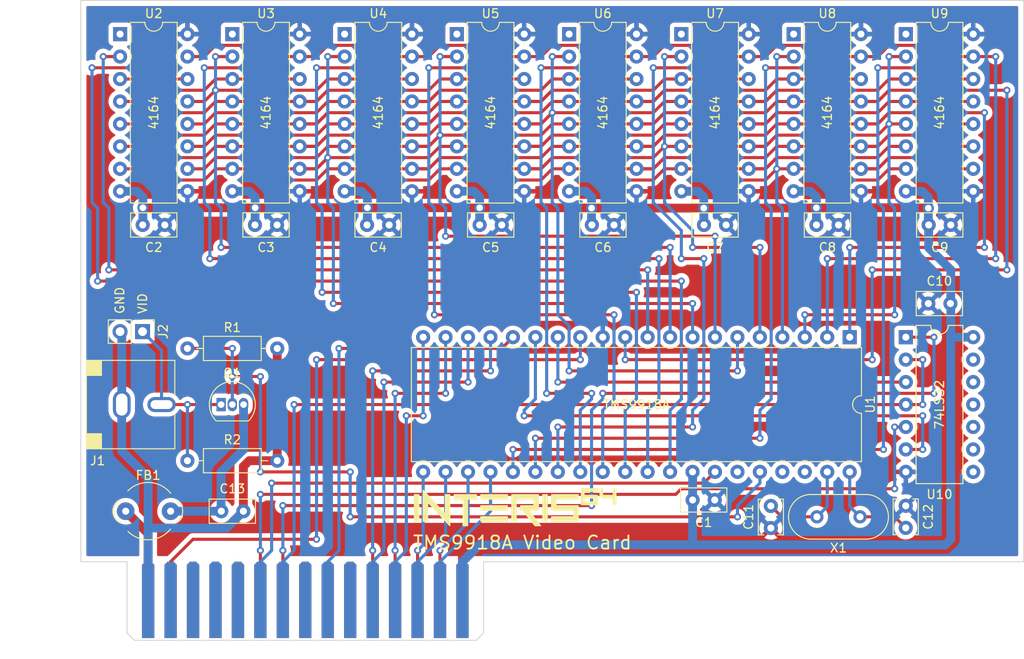
<source format=kicad_pcb>
(kicad_pcb (version 20221018) (generator pcbnew)
  (title_block (comment 4 "PCBWay Project ID: 31926263-18fa-42f9-b75c-d08b5f8aa7f8"))
  (layers (0 "F.Cu" signal) (31 "B.Cu" signal) (34 "B.Paste" user) (35 "F.Paste" user) (36 "B.SilkS" user "B.Silkscreen") (37 "F.SilkS" user "F.Silkscreen") (38 "B.Mask" user) (39 "F.Mask" user) (44 "Edge.Cuts" user))
  (net 0 "")
  (net 1 "+5V")
  (net 2 "GND")
  (net 3 "A0")
  (net 7 "~{RD}")
  (net 8 "~{WR}")
  (net 11 "D0")
  (net 12 "D2")
  (net 13 "D4")
  (net 14 "D6")
  (net 19 "~{RESET}")
  (net 20 "~{SLOT}")
  (net 21 "~{IRQ}")
  (net 23 "D1")
  (net 24 "D3")
  (net 25 "D5")
  (net 26 "D7")
  (net 27 "Net-(J1-Pad1)")
  (net 28 "~{RAS}")
  (net 29 "~{CAS}")
  (net 30 "AD7")
  (net 31 "AD6")
  (net 32 "AD5")
  (net 33 "AD4")
  (net 34 "AD3")
  (net 35 "AD2")
  (net 36 "AD1")
  (net 37 "AD0")
  (net 38 "R{slash}~{W}")
  (net 39 "Net-(U1-Pad14)")
  (net 41 "RD7")
  (net 42 "RD6")
  (net 43 "RD5")
  (net 44 "RD4")
  (net 45 "RD3")
  (net 46 "RD2")
  (net 47 "RD1")
  (net 48 "RD0")
  (net 50 "Net-(U1-Pad15)")
  (net 59 "Net-(C11-Pad1)")
  (net 60 "Net-(C12-Pad2)")
  (net 62 "GNDA")
  (net 63 "+5VA")
  (net 65 "/COMVID")
  (net 66 "/FilteredPower")
  (footprint "Capacitor_THT:C_Disc_D5.0mm_W2.5mm_P2.50mm" (layer "F.Cu") (at 140.375 87.63)
    (fp_text reference "C6")
    (fp_text value "0.1µF")
  )
  (footprint "Capacitor_THT:C_Disc_D5.0mm_W2.5mm_P2.50mm" (layer "F.Cu") (at 178.475 87.63)
    (fp_text reference "C9")
    (fp_text value "0.1µF")
  )
  (footprint "Package_DIP:DIP-16_W7.62mm" (layer "F.Cu") (at 112.395 66.04)
    (fp_text reference "U4")
    (fp_text value "4164")
  )
  (footprint "Package_DIP:DIP-16_W7.62mm" (layer "F.Cu") (at 137.795 66.04)
    (fp_text reference "U6")
    (fp_text value "4164")
  )
  (footprint "Capacitor_THT:C_Disc_D3.8mm_W2.6mm_P2.50mm" (layer "F.Cu") (at 175.88 119.4 -90)
    (fp_text reference "C12")
    (fp_text value "27pF")
  )
  (footprint "Ferrite_THT:LairdTech_28C0236-0JW-10" (layer "F.Cu") (at 87.63 120.015)
    (fp_text reference "FB1")
    (fp_text value "FerriteBead_Small")
  )
  (footprint "Capacitor_THT:C_Disc_D3.8mm_W2.6mm_P2.50mm" (layer "F.Cu") (at 160.62 119.42 -90)
    (fp_text reference "C11")
    (fp_text value "27pF")
  )
  (footprint "Package_DIP:DIP-16_W7.62mm" (layer "F.Cu") (at 99.695 66.04)
    (fp_text reference "U3")
    (fp_text value "4164")
  )
  (footprint "Package_DIP:DIP-40_W15.24mm" (layer "F.Cu") (at 169.54 100.325 -90)
    (fp_text reference "U1")
    (fp_text value "TMS9918A")
  )
  (footprint "Capacitor_THT:C_Disc_D5.0mm_W2.5mm_P2.50mm" (layer "F.Cu") (at 151.77 118.745)
    (fp_text reference "C1")
    (fp_text value "0.1µF")
  )
  (footprint "Package_DIP:DIP-16_W7.62mm" (layer "F.Cu") (at 150.495 66.04)
    (fp_text reference "U7")
    (fp_text value "4164")
  )
  (footprint "Connector_PCBEdge:Interis_Expansion_PCBEdge" (layer "F.Cu") (at 107.55 125.73)
    (fp_text reference "J4" hide)
    (fp_text value "Edge Connector")
    (fp_line (start -19.7676 0) (end -25 0) (stroke (width 0.1)) (layer "Edge.Cuts"))
    (fp_line (start -19.7676 8.0645) (end -19.7676 0) (stroke (width 0.1)) (layer "Edge.Cuts"))
    (fp_line (start -19.7676 8.0645) (end -18.9421 8.89) (stroke (width 0.1)) (layer "Edge.Cuts"))
    (fp_line (start -18.9421 8.89) (end 19.7421 8.89) (stroke (width 0.1)) (layer "Edge.Cuts"))
    (fp_line (start 20.5676 0) (end 20.72 0) (stroke (width 0.1)) (layer "Edge.Cuts"))
    (fp_line (start 20.5676 8.0645) (end 19.7421 8.89) (stroke (width 0.1)) (layer "Edge.Cuts"))
    (fp_line (start 20.5676 8.0645) (end 20.5676 0) (stroke (width 0.1)) (layer "Edge.Cuts"))
  )
  (footprint "Capacitor_THT:C_Disc_D5.0mm_W2.5mm_P2.50mm" (layer "F.Cu") (at 114.935 87.63)
    (fp_text reference "C4")
    (fp_text value "0.1µF")
  )
  (footprint "Package_DIP:DIP-16_W7.62mm" (layer "F.Cu") (at 175.895 66.04)
    (fp_text reference "U9")
    (fp_text value "4164")
  )
  (footprint "Resistor_THT:R_Axial_DIN0207_L6.3mm_D2.5mm_P10.16mm_Horizontal" (layer "F.Cu") (at 94.615 101.6)
    (fp_text reference "R1")
    (fp_text value "470")
  )
  (footprint "Package_DIP:DIP-16_W7.62mm" (layer "F.Cu") (at 125.095 66.04)
    (fp_text reference "U5")
    (fp_text value "4164")
  )
  (footprint "Capacitor_THT:C_Disc_D5.0mm_W2.5mm_P2.50mm" (layer "F.Cu") (at 89.555 87.63)
    (fp_text reference "C2")
    (fp_text value "0.1µF")
  )
  (footprint "Package_TO_SOT_THT:TO-92_Inline" (layer "F.Cu") (at 98.425 107.95)
    (fp_text reference "Q1")
    (fp_text value "2N4401")
  )
  (footprint "Connector_PinHeader_2.54mm:PinHeader_1x02_P2.54mm_Vertical" (layer "F.Cu") (at 89.535 99.695 -90)
    (fp_text reference "J2")
    (fp_text value "Video Out")
  )
  (footprint "Resistor_THT:R_Axial_DIN0207_L6.3mm_D2.5mm_P10.16mm_Horizontal" (layer "F.Cu") (at 94.615 114.3)
    (fp_text reference "R2")
    (fp_text value "75")
  )
  (footprint "Capacitor_THT:C_Disc_D5.0mm_W2.5mm_P2.50mm" (layer "F.Cu") (at 102.255 87.63)
    (fp_text reference "C3")
    (fp_text value "0.1µF")
  )
  (footprint "Capacitor_THT:C_Disc_D5.0mm_W2.5mm_P2.50mm" (layer "F.Cu") (at 153.055 87.63)
    (fp_text reference "C7")
    (fp_text value "0.1µF")
  )
  (footprint "Capacitor_THT:C_Disc_D5.0mm_W2.5mm_P2.50mm" (layer "F.Cu") (at 165.775 87.63)
    (fp_text reference "C8")
    (fp_text value "0.1µF")
  )
  (footprint "Crystal:Crystal_HC49-U_Vertical" (layer "F.Cu") (at 170.71 120.65 180)
    (fp_text reference "X1")
    (fp_text value "10.738635 MHz")
  )
  (footprint "Capacitor_THT:C_Disc_D5.0mm_W2.5mm_P2.50mm" (layer "F.Cu") (at 180.935 96.52 180)
    (fp_text reference "C10")
    (fp_text value "0.1µF")
  )
  (footprint "Connector_Audio:Jack_RCA_CUI_RCJ-04" (layer "F.Cu") (at 83.185 107.95 180)
    (fp_text reference "J1")
    (fp_text value "Video Out")
  )
  (footprint "Package_DIP:DIP-16_W7.62mm" (layer "F.Cu") (at 86.995 66.04)
    (fp_text reference "U2")
    (fp_text value "4164")
  )
  (footprint "Package_DIP:DIP-16_W7.62mm" (layer "F.Cu") (at 163.195 66.04)
    (fp_text reference "U8")
    (fp_text value "4164")
  )
  (footprint "Package_DIP:DIP-14_W7.62mm" (layer "F.Cu") (at 175.89 100.325)
    (fp_text reference "U10")
    (fp_text value "74LS32")
  )
  (footprint "Capacitor_THT:C_Disc_D5.0mm_W2.5mm_P2.50mm" (layer "F.Cu") (at 127.675 87.63)
    (fp_text reference "C5")
    (fp_text value "0.1µF")
  )
  (footprint "Capacitor_THT:C_Disc_D5.0mm_W2.5mm_P2.50mm" (layer "F.Cu") (at 98.445 120.015)
    (fp_text reference "C13")
    (fp_text value "0.1µF")
  )
  (gr_poly (pts (xy 140.988289 117.772895) (xy 139.483311 117.772895) (xy 139.483311 118.222233) (xy 140.988289 118.222233) (xy 140.988289 119.274794) (xy 139.184779 119.274794) (xy 139.184779 118.973183) (xy 139.483311 118.973183) (xy 140.686679 118.973183) (xy 140.686679 118.523844) (xy 139.483311 118.523844) (xy 139.483311 118.973183) (xy 139.184779 118.973183) (xy 139.184779 117.471284) (xy 140.988289 117.471284)) (stroke (width 0.127)) (fill solid) (layer "F.SilkS"))
  (gr_poly (pts (xy 135.319601 121.152684) (xy 134.816917 121.152684) (xy 134.816917 118.146835) (xy 135.319601 118.146835)) (stroke (width 0.127)) (fill solid) (layer "F.SilkS"))
  (gr_poly (pts (xy 138.824229 118.64952) (xy 136.315935 118.64952) (xy 136.315935 119.398418) (xy 138.824229 119.398418) (xy 138.824229 121.152684) (xy 135.81838 121.152684) (xy 135.81838 120.65) (xy 138.321543 120.65) (xy 138.321543 119.901102) (xy 135.81838 119.901102) (xy 135.81838 118.146835) (xy 138.824229 118.146835)) (stroke (width 0.127)) (fill solid) (layer "F.SilkS"))
  (gr_poly (pts (xy 130.81 118.64952) (xy 127.804151 118.64952) (xy 127.804151 118.146835) (xy 130.81 118.146835)) (stroke (width 0.127)) (fill solid) (layer "F.SilkS"))
  (gr_poly (pts (xy 127.301674 118.64952) (xy 126.301435 118.64952) (xy 126.301435 121.655369) (xy 125.79875 121.655369) (xy 125.79875 118.64952) (xy 124.79851 118.64952) (xy 124.79851 118.146835) (xy 127.301674 118.146835)) (stroke (width 0.127)) (fill solid) (layer "F.SilkS"))
  (gr_poly (pts (xy 123.794979 120.352493) (xy 123.794979 118.146835) (xy 124.297664 118.146835) (xy 124.297664 121.655369) (xy 121.78937 118.947027) (xy 121.78937 121.152684) (xy 121.291815 121.152684) (xy 121.291815 117.644151)) (stroke (width 0.127)) (fill solid) (layer "F.SilkS"))
  (gr_poly (pts (xy 141.587193 118.222233) (xy 142.790559 118.222233) (xy 142.790559 117.471284) (xy 143.092171 117.471284) (xy 143.092171 119.274794) (xy 142.790559 119.274794) (xy 142.790559 118.523844) (xy 141.28866 118.523844) (xy 141.28866 117.471284) (xy 141.587193 117.471284)) (stroke (width 0.127)) (fill solid) (layer "F.SilkS"))
  (gr_poly (pts (xy 130.81 119.901102) (xy 127.804151 119.901102) (xy 127.804151 119.398418) (xy 130.81 119.398418)) (stroke (width 0.127)) (fill solid) (layer "F.SilkS"))
  (gr_poly (pts (xy 130.81 121.152684) (xy 127.804151 121.152684) (xy 127.804151 120.65) (xy 130.81 120.65)) (stroke (width 0.127)) (fill solid) (layer "F.SilkS"))
  (gr_poly (pts (xy 134.31607 119.901102) (xy 133.202982 119.901102) (xy 134.567412 121.655369) (xy 133.941621 121.655369) (xy 132.520768 119.901102) (xy 132.310462 119.901102) (xy 132.310462 119.398418) (xy 133.813385 119.398418) (xy 133.813385 118.64952) (xy 131.807776 118.64952) (xy 131.807776 121.152684) (xy 131.310221 121.152684) (xy 131.310221 118.146835) (xy 134.31607 118.146835)) (stroke (width 0.127)) (fill solid) (layer "F.SilkS"))
  (gr_poly (pts (xy 120.793031 121.152684) (xy 120.290347 121.152684) (xy 120.290347 118.146835) (xy 120.793031 118.146835)) (stroke (width 0.127)) (fill solid) (layer "F.SilkS"))
  (gr_line (start 189.23 125.73) (end 128.27 125.73) (stroke (width 0.1)) (layer "Edge.Cuts"))
  (gr_line (start 189.23 62.23) (end 189.23 125.73) (stroke (width 0.1)) (layer "Edge.Cuts"))
  (gr_line (start 82.55 62.23) (end 189.23 62.23) (stroke (width 0.1)) (layer "Edge.Cuts"))
  (gr_line (start 82.55 125.73) (end 82.55 62.23) (stroke (width 0.1)) (layer "Edge.Cuts"))
  (gr_text "VID" (at 89.535 97.79 90) (layer "F.SilkS") (effects (font (size 1 1)) (justify left)))
  (gr_text "GND" (at 86.965 97.79 90) (layer "F.SilkS") (effects (font (size 1 1)) (justify left)))
  (gr_text "TMS9918A Video Card" (at 120.015 123.56853) (layer "F.SilkS") (effects (font (size 1.5 1.5) (thickness 0.2)) (justify left)))
  (segment (start 102.275 85.685) (end 114.975 85.685) (width 1) (layer "F.Cu") (net 1))
  (segment (start 140.335 85.725) (end 153.035 85.725) (width 1) (layer "F.Cu") (net 1))
  (segment (start 165.775 85.685) (end 178.395 85.685) (width 1) (layer "F.Cu") (net 1))
  (segment (start 165.735 85.725) (end 165.775 85.685) (width 1) (layer "F.Cu") (net 1))
  (segment (start 140.295 85.685) (end 140.335 85.725) (width 1) (layer "F.Cu") (net 1))
  (segment (start 153.035 85.725) (end 165.735 85.725) (width 1) (layer "F.Cu") (net 1))
  (segment (start 114.975 85.685) (end 127.675 85.685) (width 1) (layer "F.Cu") (net 1))
  (segment (start 127.675 85.685) (end 140.295 85.685) (width 1) (layer "F.Cu") (net 1))
  (segment (start 178.395 85.685) (end 178.435 85.725) (width 1) (layer "F.Cu") (net 1))
  (segment (start 89.575 85.685) (end 102.275 85.685) (width 1) (layer "F.Cu") (net 1))
  (via (at 127.675 85.685) (size 1.25) (drill 0.75) (layers "F.Cu" "B.Cu") (net 1))
  (via (at 165.775 85.685) (size 1.25) (drill 0.75) (layers "F.Cu" "B.Cu") (net 1))
  (via (at 178.435 85.725) (size 1.25) (drill 0.75) (layers "F.Cu" "B.Cu") (net 1))
  (via (at 114.975 85.685) (size 1.25) (drill 0.75) (layers "F.Cu" "B.Cu") (net 1))
  (via (at 102.275 85.685) (size 1.25) (drill 0.75) (layers "F.Cu" "B.Cu") (net 1))
  (via (at 89.575 85.685) (size 1.25) (drill 0.75) (layers "F.Cu" "B.Cu") (net 1))
  (via (at 153.035 85.725) (size 1.25) (drill 0.75) (layers "F.Cu" "B.Cu") (net 1))
  (via (at 140.335 85.725) (size 1.25) (drill 0.75) (layers "F.Cu" "B.Cu") (net 1))
  (segment (start 180.975 100.33) (end 180.975 96.56) (width 1) (layer "B.Cu") (net 1))
  (segment (start 183.51 100.325) (end 183.505 100.33) (width 1) (layer "B.Cu") (net 1))
  (segment (start 178.435 84.495) (end 178.435 85.725) (width 1) (layer "B.Cu") (net 1))
  (segment (start 114.3 83.82) (end 114.975 84.495) (width 1) (layer "B.Cu") (net 1))
  (segment (start 125.73 125.73) (end 127.635 123.825) (width 1) (layer "B.Cu") (net 1))
  (segment (start 180.975 96.485) (end 180.94 96.52) (width 1) (layer "B.Cu") (net 1))
  (segment (start 165.1 83.82) (end 165.775 84.495) (width 1) (layer "B.Cu") (net 1))
  (segment (start 151.76 115.565) (end 151.77 115.575) (width 1) (layer "B.Cu") (net 1))
  (segment (start 88.9 83.82) (end 89.575 84.495) (width 1) (layer "B.Cu") (net 1))
  (segment (start 175.855 83.82) (end 177.76 83.82) (width 1) (layer "B.Cu") (net 1))
  (segment (start 114.975 84.495) (end 114.975 85.685) (width 1) (layer "B.Cu") (net 1))
  (segment (start 127 83.82) (end 127.675 84.495) (width 1) (layer "B.Cu") (net 1))
  (segment (start 178.475 90.21) (end 180.975 92.71) (width 1) (layer "B.Cu") (net 1))
  (segment (start 89.575 84.495) (end 89.575 87.63) (width 1) (layer "B.Cu") (net 1))
  (segment (start 153.035 84.495) (end 153.035 85.725) (width 1) (layer "B.Cu") (net 1))
  (segment (start 152.36 83.82) (end 153.035 84.495) (width 1) (layer "B.Cu") (net 1))
  (segment (start 180.975 92.71) (end 180.975 96.485) (width 1) (layer "B.Cu") (net 1))
  (segment (start 153.035 85.725) (end 153.035 87.63) (width 1) (layer "B.Cu") (net 1))
  (segment (start 165.775 84.495) (end 165.775 85.685) (width 1) (layer "B.Cu") (net 1))
  (segment (start 99.695 83.82) (end 101.6 83.82) (width 1) (layer "B.Cu") (net 1))
  (segment (start 137.755 83.82) (end 139.66 83.82) (width 1) (layer "B.Cu") (net 1))
  (segment (start 140.335 85.725) (end 140.335 87.63) (width 1) (layer "B.Cu") (net 1))
  (segment (start 178.435 85.725) (end 178.435 87.63) (width 1) (layer "B.Cu") (net 1))
  (segment (start 112.395 83.82) (end 114.3 83.82) (width 1) (layer "B.Cu") (net 1))
  (segment (start 101.6 83.82) (end 102.275 84.495) (width 1) (layer "B.Cu") (net 1))
  (segment (start 180.34 123.825) (end 180.975 123.19) (width 1) (layer "B.Cu") (net 1))
  (segment (start 127.635 123.825) (end 180.34 123.825) (width 1) (layer "B.Cu") (net 1))
  (segment (start 177.76 83.82) (end 178.435 84.495) (width 1) (layer "B.Cu") (net 1))
  (segment (start 180.975 123.19) (end 180.975 100.33) (width 1) (layer "B.Cu") (net 1))
  (segment (start 102.275 85.685) (end 102.275 87.63) (width 1) (layer "B.Cu") (net 1))
  (segment (start 139.66 83.82) (end 140.335 84.495) (width 1) (layer "B.Cu") (net 1))
  (segment (start 163.195 83.82) (end 165.1 83.82) (width 1) (layer "B.Cu") (net 1))
  (segment (start 125.095 83.82) (end 127 83.82) (width 1) (layer "B.Cu") (net 1))
  (segment (start 180.975 96.56) (end 180.935 96.52) (width 1) (layer "B.Cu") (net 1))
  (segment (start 102.275 84.495) (end 102.275 85.685) (width 1) (layer "B.Cu") (net 1))
  (segment (start 151.77 123.825) (end 151.77 118.745) (width 1) (layer "B.Cu") (net 1))
  (segment (start 86.995 83.82) (end 88.9 83.82) (width 1) (layer "B.Cu") (net 1))
  (segment (start 127.675 84.495) (end 127.675 85.685) (width 1) (layer "B.Cu") (net 1))
  (segment (start 151.77 115.575) (end 151.77 118.745) (width 1) (layer "B.Cu") (net 1))
  (segment (start 127.675 85.685) (end 127.675 87.63) (width 1) (layer "B.Cu") (net 1))
  (segment (start 114.975 85.685) (end 114.975 87.63) (width 1) (layer "B.Cu") (net 1))
  (segment (start 165.775 85.685) (end 165.775 87.63) (width 1) (layer "B.Cu") (net 1))
  (segment (start 150.455 83.82) (end 152.36 83.82) (width 1) (layer "B.Cu") (net 1))
  (segment (start 183.505 100.33) (end 180.975 100.33) (width 1) (layer "B.Cu") (net 1))
  (segment (start 140.335 84.495) (end 140.335 85.725) (width 1) (layer "B.Cu") (net 1))
  (segment (start 178.475 87.63) (end 178.475 90.21) (width 1) (layer "B.Cu") (net 1))
  (segment (start 125.73 125.73) (end 125.73 124.46) (width 1) (layer "F.Cu") (net 2))
  (segment (start 109.22 102.87) (end 139.065 102.87) (width 0.35) (layer "F.Cu") (net 3))
  (segment (start 95.25 123.19) (end 109.22 123.19) (width 0.35) (layer "F.Cu") (net 3))
  (segment (start 92.71 125.73) (end 95.25 123.19) (width 0.35) (layer "F.Cu") (net 3))
  (via (at 109.22 123.19) (size 0.8) (drill 0.4) (layers "F.Cu" "B.Cu") (net 3))
  (via (at 139.065 102.87) (size 0.8) (drill 0.4) (layers "F.Cu" "B.Cu") (net 3))
  (via (at 109.22 102.87) (size 0.8) (drill 0.4) (layers "F.Cu" "B.Cu") (net 3))
  (segment (start 139.065 102.87) (end 139.065 100.33) (width 0.35) (layer "B.Cu") (net 3))
  (segment (start 139.065 100.33) (end 139.06 100.325) (width 0.35) (layer "B.Cu") (net 3))
  (segment (start 109.22 123.19) (end 109.22 102.87) (width 0.35) (layer "B.Cu") (net 3))
  (segment (start 175.885 110.49) (end 174.625 110.49) (width 0.35) (layer "F.Cu") (net 7))
  (segment (start 102.87 125.73) (end 102.87 124.46) (width 0.35) (layer "F.Cu") (net 7))
  (segment (start 174.625 117.475) (end 150.495 117.475) (width 0.35) (layer "F.Cu") (net 7))
  (segment (start 149.86 118.11) (end 105.41 118.11) (width 0.35) (layer "F.Cu") (net 7))
  (segment (start 175.89 110.485) (end 175.885 110.49) (width 0.35) (layer "F.Cu") (net 7))
  (segment (start 150.495 117.475) (end 149.86 118.11) (width 0.35) (layer "F.Cu") (net 7))
  (segment (start 105.41 118.11) (end 102.87 118.11) (width 0.35) (layer "F.Cu") (net 7))
  (via (at 174.625 117.475) (size 0.8) (drill 0.4) (layers "F.Cu" "B.Cu") (net 7))
  (via (at 102.87 124.46) (size 0.8) (drill 0.4) (layers "F.Cu" "B.Cu") (net 7))
  (via (at 174.625 110.49) (size 0.8) (drill 0.4) (layers "F.Cu" "B.Cu") (net 7))
  (via (at 102.87 118.11) (size 0.8) (drill 0.4) (layers "F.Cu" "B.Cu") (net 7))
  (segment (start 174.625 110.49) (end 174.625 117.475) (width 0.35) (layer "B.Cu") (net 7))
  (segment (start 102.87 118.11) (end 102.87 121.92) (width 0.35) (layer "B.Cu") (net 7))
  (segment (start 102.87 124.46) (end 102.87 121.92) (width 0.35) (layer "B.Cu") (net 7))
  (segment (start 175.895 100.33) (end 175.89 100.325) (width 0.35) (layer "F.Cu") (net 8))
  (segment (start 141.605 106.68) (end 179.07 106.68) (width 0.35) (layer "F.Cu") (net 8))
  (segment (start 105.41 119.38) (end 140.335 119.38) (width 0.35) (layer "F.Cu") (net 8))
  (segment (start 105.41 125.73) (end 105.41 124.46) (width 0.35) (layer "F.Cu") (net 8))
  (segment (start 179.07 100.33) (end 175.895 100.33) (width 0.35) (layer "F.Cu") (net 8))
  (via (at 141.605 106.68) (size 0.8) (drill 0.4) (layers "F.Cu" "B.Cu") (net 8))
  (via (at 105.41 119.38) (size 0.8) (drill 0.4) (layers "F.Cu" "B.Cu") (net 8))
  (via (at 140.335 119.38) (size 0.8) (drill 0.4) (layers "F.Cu" "B.Cu") (net 8))
  (via (at 105.41 124.46) (size 0.8) (drill 0.4) (layers "F.Cu" "B.Cu") (net 8))
  (via (at 179.07 100.33) (size 0.8) (drill 0.4) (layers "F.Cu" "B.Cu") (net 8))
  (via (at 179.07 106.68) (size 0.8) (drill 0.4) (layers "F.Cu" "B.Cu") (net 8))
  (segment (start 140.335 119.38) (end 140.335 108.585) (width 0.35) (layer "B.Cu") (net 8))
  (segment (start 140.335 108.585) (end 141.605 107.315) (width 0.35) (layer "B.Cu") (net 8))
  (segment (start 141.605 107.315) (end 141.605 106.68) (width 0.35) (layer "B.Cu") (net 8))
  (segment (start 179.07 106.68) (end 179.07 100.33) (width 0.35) (layer "B.Cu") (net 8))
  (segment (start 105.41 124.46) (end 105.41 119.38) (width 0.35) (layer "B.Cu") (net 8))
  (segment (start 115.57 125.73) (end 115.57 124.46) (width 0.35) (layer "F.Cu") (net 11))
  (segment (start 115.57 104.14) (end 128.905 104.14) (width 0.35) (layer "F.Cu") (net 11))
  (via (at 115.57 104.14) (size 0.8) (drill 0.4) (layers "F.Cu" "B.Cu") (net 11))
  (via (at 115.57 124.46) (size 0.8) (drill 0.4) (layers "F.Cu" "B.Cu") (net 11))
  (via (at 128.905 104.14) (size 0.8) (drill 0.4) (layers "F.Cu" "B.Cu") (net 11))
  (segment (start 115.57 124.46) (end 115.57 104.14) (width 0.35) (layer "B.Cu") (net 11))
  (segment (start 128.905 104.14) (end 128.905 100.33) (width 0.35) (layer "B.Cu") (net 11))
  (segment (start 128.905 100.33) (end 128.9 100.325) (width 0.35) (layer "B.Cu") (net 11))
  (segment (start 118.11 125.73) (end 118.11 124.46) (width 0.35) (layer "F.Cu") (net 12))
  (segment (start 118.11 106.68) (end 123.825 106.68) (width 0.35) (layer "F.Cu") (net 12))
  (via (at 123.825 106.68) (size 0.8) (drill 0.4) (layers "F.Cu" "B.Cu") (net 12))
  (via (at 118.11 124.46) (size 0.8) (drill 0.4) (layers "F.Cu" "B.Cu") (net 12))
  (via (at 118.11 106.68) (size 0.8) (drill 0.4) (layers "F.Cu" "B.Cu") (net 12))
  (segment (start 118.11 124.46) (end 118.11 106.68) (width 0.35) (layer "B.Cu") (net 12))
  (segment (start 123.825 106.68) (end 123.825 100.33) (width 0.35) (layer "B.Cu") (net 12))
  (segment (start 123.825 100.33) (end 123.82 100.325) (width 0.35) (layer "B.Cu") (net 12))
  (segment (start 120.65 125.73) (end 120.65 124.46) (width 0.35) (layer "F.Cu") (net 13))
  (via (at 120.65 124.46) (size 0.8) (drill 0.4) (layers "F.Cu" "B.Cu") (net 13))
  (segment (start 121.285 115.57) (end 121.28 115.565) (width 0.35) (layer "B.Cu") (net 13))
  (segment (start 120.65 124.46) (end 121.285 123.825) (width 0.35) (layer "B.Cu") (net 13))
  (segment (start 121.285 123.825) (end 121.285 115.57) (width 0.35) (layer "B.Cu") (net 13))
  (segment (start 123.19 125.73) (end 123.19 124.46) (width 0.35) (layer "F.Cu") (net 14))
  (via (at 123.19 124.46) (size 0.8) (drill 0.4) (layers "F.Cu" "B.Cu") (net 14))
  (segment (start 123.19 124.46) (end 126.365 121.285) (width 0.35) (layer "B.Cu") (net 14))
  (segment (start 126.365 115.57) (end 126.36 115.565) (width 0.35) (layer "B.Cu") (net 14))
  (segment (start 126.365 121.285) (end 126.365 115.57) (width 0.35) (layer "B.Cu") (net 14))
  (segment (start 104.14 116.84) (end 153.025 116.84) (width 0.35) (layer "F.Cu") (net 19))
  (segment (start 153.025 116.84) (end 154.3 115.565) (width 0.35) (layer "F.Cu") (net 19))
  (via (at 104.14 116.84) (size 0.8) (drill 0.4) (layers "F.Cu" "B.Cu") (net 19))
  (segment (start 104.14 124.46) (end 104.14 116.84) (width 0.35) (layer "B.Cu") (net 19))
  (segment (start 102.87 125.73) (end 104.14 124.46) (width 0.35) (layer "B.Cu") (net 19))
  (segment (start 177.8 107.95) (end 175.895 107.95) (width 0.35) (layer "F.Cu") (net 20))
  (segment (start 175.89 107.945) (end 175.885 107.95) (width 0.35) (layer "F.Cu") (net 20))
  (segment (start 175.885 107.95) (end 106.68 107.95) (width 0.35) (layer "F.Cu") (net 20))
  (segment (start 175.89 102.865) (end 177.795 102.865) (width 0.35) (layer "F.Cu") (net 20))
  (segment (start 177.795 102.865) (end 177.8 102.87) (width 0.35) (layer "F.Cu") (net 20))
  (segment (start 175.895 107.95) (end 175.89 107.945) (width 0.35) (layer "F.Cu") (net 20))
  (via (at 177.8 107.95) (size 0.8) (drill 0.4) (layers "F.Cu" "B.Cu") (net 20))
  (via (at 106.68 107.95) (size 0.8) (drill 0.4) (layers "F.Cu" "B.Cu") (net 20))
  (via (at 177.8 102.87) (size 0.8) (drill 0.4) (layers "F.Cu" "B.Cu") (net 20))
  (segment (start 106.68 107.95) (end 106.68 124.46) (width 0.35) (layer "B.Cu") (net 20))
  (segment (start 177.8 102.87) (end 177.8 107.95) (width 0.35) (layer "B.Cu") (net 20))
  (segment (start 105.41 125.73) (end 106.68 124.46) (width 0.35) (layer "B.Cu") (net 20))
  (segment (start 130.175 101.6) (end 131.44 100.335) (width 0.35) (layer "F.Cu") (net 21))
  (segment (start 131.44 100.335) (end 131.44 100.325) (width 0.35) (layer "F.Cu") (net 21))
  (segment (start 111.76 101.6) (end 130.175 101.6) (width 0.35) (layer "F.Cu") (net 21))
  (via (at 111.76 101.6) (size 0.8) (drill 0.4) (layers "F.Cu" "B.Cu") (net 21))
  (segment (start 110.49 125.73) (end 111.76 124.46) (width 0.35) (layer "B.Cu") (net 21))
  (segment (start 111.76 124.46) (end 111.76 101.6) (width 0.35) (layer "B.Cu") (net 21))
  (segment (start 116.84 105.41) (end 126.365 105.41) (width 0.35) (layer "F.Cu") (net 23))
  (via (at 126.365 105.41) (size 0.8) (drill 0.4) (layers "F.Cu" "B.Cu") (net 23))
  (via (at 116.84 105.41) (size 0.8) (drill 0.4) (layers "F.Cu" "B.Cu") (net 23))
  (segment (start 126.365 105.41) (end 126.365 100.33) (width 0.35) (layer "B.Cu") (net 23))
  (segment (start 115.57 125.73) (end 116.84 124.46) (width 0.35) (layer "B.Cu") (net 23))
  (segment (start 116.84 124.46) (end 116.84 105.41) (width 0.35) (layer "B.Cu") (net 23))
  (segment (start 126.365 100.33) (end 126.36 100.325) (width 0.35) (layer "B.Cu") (net 23))
  (segment (start 119.38 109.22) (end 121.285 109.22) (width 0.35) (layer "F.Cu") (net 24))
  (via (at 121.285 109.22) (size 0.8) (drill 0.4) (layers "F.Cu" "B.Cu") (net 24))
  (via (at 119.38 109.22) (size 0.8) (drill 0.4) (layers "F.Cu" "B.Cu") (net 24))
  (segment (start 118.11 125.73) (end 119.38 124.46) (width 0.35) (layer "B.Cu") (net 24))
  (segment (start 121.285 100.33) (end 121.28 100.325) (width 0.35) (layer "B.Cu") (net 24))
  (segment (start 121.285 109.22) (end 121.285 100.33) (width 0.35) (layer "B.Cu") (net 24))
  (segment (start 119.38 124.46) (end 119.38 109.22) (width 0.35) (layer "B.Cu") (net 24))
  (segment (start 123.825 122.555) (end 123.825 115.57) (width 0.35) (layer "B.Cu") (net 25))
  (segment (start 123.825 115.57) (end 123.82 115.565) (width 0.35) (layer "B.Cu") (net 25))
  (segment (start 120.65 125.73) (end 123.825 122.555) (width 0.35) (layer "B.Cu") (net 25))
  (segment (start 128.905 120.015) (end 128.905 115.57) (width 0.35) (layer "B.Cu") (net 26))
  (segment (start 128.905 115.57) (end 128.9 115.565) (width 0.35) (layer "B.Cu") (net 26))
  (segment (start 123.19 125.73) (end 128.905 120.015) (width 0.35) (layer "B.Cu") (net 26))
  (segment (start 94.615 107.95) (end 91.685 107.95) (width 0.35) (layer "F.Cu") (net 27))
  (segment (start 98.425 107.95) (end 94.615 107.95) (width 0.35) (layer "F.Cu") (net 27))
  (via (at 94.615 107.95) (size 0.8) (drill 0.4) (layers "F.Cu" "B.Cu") (net 27))
  (segment (start 89.535 99.695) (end 91.685 101.845) (width 0.35) (layer "B.Cu") (net 27))
  (segment (start 94.615 114.3) (end 94.615 107.95) (width 0.35) (layer "B.Cu") (net 27))
  (segment (start 91.685 101.845) (end 91.685 107.95) (width 0.35) (layer "B.Cu") (net 27))
  (segment (start 110.49 73.66) (end 112.395 73.66) (width 0.35) (layer "F.Cu") (net 28))
  (segment (start 102.87 73.66) (end 104.14 74.93) (width 0.35) (layer "F.Cu") (net 28))
  (segment (start 125.095 73.66) (end 128.27 73.66) (width 0.35) (layer "F.Cu") (net 28))
  (segment (start 184.785 90.17) (end 169.545 90.17) (width 0.35) (layer "F.Cu") (net 28))
  (segment (start 137.795 73.66) (end 140.97 73.66) (width 0.35) (layer "F.Cu") (net 28))
  (segment (start 150.495 73.66) (end 153.67 73.66) (width 0.35) (layer "F.Cu") (net 28))
  (segment (start 86.995 73.66) (end 90.17 73.66) (width 0.35) (layer "F.Cu") (net 28))
  (segment (start 121.92 74.93) (end 123.19 73.66) (width 0.35) (layer "F.Cu") (net 28))
  (segment (start 97.79 73.66) (end 99.695 73.66) (width 0.35) (layer "F.Cu") (net 28))
  (segment (start 90.17 73.66) (end 91.44 74.93) (width 0.35) (layer "F.Cu") (net 28))
  (segment (start 135.89 73.66) (end 137.795 73.66) (width 0.35) (layer "F.Cu") (net 28))
  (segment (start 153.67 73.66) (end 154.94 74.93) (width 0.35) (layer "F.Cu") (net 28))
  (segment (start 163.195 73.66) (end 166.37 73.66) (width 0.35) (layer "F.Cu") (net 28))
  (segment (start 128.27 73.66) (end 129.54 74.93) (width 0.35) (layer "F.Cu") (net 28))
  (segment (start 142.24 74.93) (end 147.32 74.93) (width 0.35) (layer "F.Cu") (net 28))
  (segment (start 154.94 74.93) (end 160.02 74.93) (width 0.35) (layer "F.Cu") (net 28))
  (segment (start 112.395 73.66) (end 115.57 73.66) (width 0.35) (layer "F.Cu") (net 28))
  (segment (start 175.895 73.66) (end 179.07 73.66) (width 0.35) (layer "F.Cu") (net 28))
  (segment (start 173.99 73.66) (end 175.895 73.66) (width 0.35) (layer "F.Cu") (net 28))
  (segment (start 115.57 73.66) (end 116.84 74.93) (width 0.35) (layer "F.Cu") (net 28))
  (segment (start 161.29 73.66) (end 163.195 73.66) (width 0.35) (layer "F.Cu") (net 28))
  (segment (start 167.64 74.93) (end 172.72 74.93) (width 0.35) (layer "F.Cu") (net 28))
  (segment (start 104.14 74.93) (end 109.22 74.93) (width 0.35) (layer "F.Cu") (net 28))
  (segment (start 91.44 74.93) (end 96.52 74.93) (width 0.35) (layer "F.Cu") (net 28))
  (segment (start 109.22 74.93) (end 110.49 73.66) (width 0.35) (layer "F.Cu") (net 28))
  (segment (start 96.52 74.93) (end 97.79 73.66) (width 0.35) (layer "F.Cu") (net 28))
  (segment (start 179.07 73.66) (end 180.34 74.93) (width 0.35) (layer "F.Cu") (net 28))
  (segment (start 160.02 74.93) (end 161.29 73.66) (width 0.35) (layer "F.Cu") (net 28))
  (segment (start 180.34 74.93) (end 184.785 74.93) (width 0.35) (layer "F.Cu") (net 28))
  (segment (start 116.84 74.93) (end 121.92 74.93) (width 0.35) (layer "F.Cu") (net 28))
  (segment (start 99.695 73.66) (end 102.87 73.66) (width 0.35) (layer "F.Cu") (net 28))
  (segment (start 129.54 74.93) (end 134.62 74.93) (width 0.35) (layer "F.Cu") (net 28))
  (segment (start 134.62 74.93) (end 135.89 73.66) (width 0.35) (layer "F.Cu") (net 28))
  (segment (start 147.32 74.93) (end 148.59 73.66) (width 0.35) (layer "F.Cu") (net 28))
  (segment (start 166.37 73.66) (end 167.64 74.93) (width 0.35) (layer "F.Cu") (net 28))
  (segment (start 148.59 73.66) (end 150.495 73.66) (width 0.35) (layer "F.Cu") (net 28))
  (segment (start 123.19 73.66) (end 125.095 73.66) (width 0.35) (layer "F.Cu") (net 28))
  (segment (start 172.72 74.93) (end 173.99 73.66) (width 0.35) (layer "F.Cu") (net 28))
  (segment (start 140.97 73.66) (end 142.24 74.93) (width 0.35) (layer "F.Cu") (net 28))
  (via (at 184.785 74.93) (size 0.8) (drill 0.4) (layers "F.Cu" "B.Cu") (net 28))
  (via (at 169.545 90.17) (size 0.8) (drill 0.4) (layers "F.Cu" "B.Cu") (net 28))
  (via (at 184.785 90.17) (size 0.8) (drill 0.4) (layers "F.Cu" "B.Cu") (net 28))
  (segment (start 184.785 74.93) (end 184.785 85.09) (width 0.35) (layer "B.Cu") (net 28))
  (segment (start 169.545 100.32) (end 169.54 100.325) (width 0.35) (layer "B.Cu") (net 28))
  (segment (start 184.785 85.09) (end 184.785 90.17) (width 0.35) (layer "B.Cu") (net 28))
  (segment (start 169.545 90.17) (end 169.545 100.32) (width 0.35) (layer "B.Cu") (net 28))
  (segment (start 158.115 68.58) (end 160.02 68.58) (width 0.35) (layer "F.Cu") (net 29))
  (segment (start 120.015 68.58) (end 121.92 68.58) (width 0.35) (layer "F.Cu") (net 29))
  (segment (start 147.32 68.58) (end 148.59 67.31) (width 0.35) (layer "F.Cu") (net 29))
  (segment (start 172.72 68.58) (end 173.99 67.31) (width 0.35) (layer "F.Cu") (net 29))
  (segment (start 102.87 67.31) (end 104.14 68.58) (width 0.35) (layer "F.Cu") (net 29))
  (segment (start 109.22 68.58) (end 110.49 67.31) (width 0.35) (layer "F.Cu") (net 29))
  (segment (start 180.34 68.58) (end 183.515 68.58) (width 0.35) (layer "F.Cu") (net 29))
  (segment (start 123.19 67.31) (end 128.27 67.31) (width 0.35) (layer "F.Cu") (net 29))
  (segment (start 161.29 67.31) (end 166.37 67.31) (width 0.35) (layer "F.Cu") (net 29))
  (segment (start 110.49 67.31) (end 115.57 67.31) (width 0.35) (layer "F.Cu") (net 29))
  (segment (start 134.62 68.58) (end 135.89 67.31) (width 0.35) (layer "F.Cu") (net 29))
  (segment (start 107.315 68.58) (end 109.22 68.58) (width 0.35) (layer "F.Cu") (net 29))
  (segment (start 160.02 68.58) (end 161.29 67.31) (width 0.35) (layer "F.Cu") (net 29))
  (segment (start 135.89 67.31) (end 140.97 67.31) (width 0.35) (layer "F.Cu") (net 29))
  (segment (start 153.67 67.31) (end 154.94 68.58) (width 0.35) (layer "F.Cu") (net 29))
  (segment (start 183.515 68.58) (end 186.055 68.58) (width 0.35) (layer "F.Cu") (net 29))
  (segment (start 167.64 68.58) (end 170.815 68.58) (width 0.35) (layer "F.Cu") (net 29))
  (segment (start 96.52 68.58) (end 97.79 67.31) (width 0.35) (layer "F.Cu") (net 29))
  (segment (start 104.14 68.58) (end 107.315 68.58) (width 0.35) (layer "F.Cu") (net 29))
  (segment (start 148.59 67.31) (end 153.67 67.31) (width 0.35) (layer "F.Cu") (net 29))
  (segment (start 142.24 68.58) (end 145.415 68.58) (width 0.35) (layer "F.Cu") (net 29))
  (segment (start 173.99 67.31) (end 179.07 67.31) (width 0.35) (layer "F.Cu") (net 29))
  (segment (start 129.54 68.58) (end 132.715 68.58) (width 0.35) (layer "F.Cu") (net 29))
  (segment (start 116.84 68.58) (end 120.015 68.58) (width 0.35) (layer "F.Cu") (net 29))
  (segment (start 170.815 68.58) (end 172.72 68.58) (width 0.35) (layer "F.Cu") (net 29))
  (segment (start 186.055 91.44) (end 167.005 91.44) (width 0.35) (layer "F.Cu") (net 29))
  (segment (start 115.57 67.31) (end 116.84 68.58) (width 0.35) (layer "F.Cu") (net 29))
  (segment (start 94.615 68.58) (end 96.52 68.58) (width 0.35) (layer "F.Cu") (net 29))
  (segment (start 97.79 67.31) (end 102.87 67.31) (width 0.35) (layer "F.Cu") (net 29))
  (segment (start 154.94 68.58) (end 158.115 68.58) (width 0.35) (layer "F.Cu") (net 29))
  (segment (start 166.37 67.31) (end 167.64 68.58) (width 0.35) (layer "F.Cu") (net 29))
  (segment (start 140.97 67.31) (end 142.24 68.58) (width 0.35) (layer "F.Cu") (net 29))
  (segment (start 128.27 67.31) (end 129.54 68.58) (width 0.35) (layer "F.Cu") (net 29))
  (segment (start 121.92 68.58) (end 123.19 67.31) (width 0.35) (layer "F.Cu") (net 29))
  (segment (start 145.415 68.58) (end 147.32 68.58) (width 0.35) (layer "F.Cu") (net 29))
  (segment (start 132.715 68.58) (end 134.62 68.58) (width 0.35) (layer "F.Cu") (net 29))
  (segment (start 179.07 67.31) (end 180.34 68.58) (width 0.35) (layer "F.Cu") (net 29))
  (via (at 186.055 91.44) (size 0.8) (drill 0.4) (layers "F.Cu" "B.Cu") (net 29))
  (via (at 167.005 91.44) (size 0.8) (drill 0.4) (layers "F.Cu" "B.Cu") (net 29))
  (via (at 186.055 68.58) (size 0.8) (drill 0.4) (layers "F.Cu" "B.Cu") (net 29))
  (segment (start 167.005 100.32) (end 167 100.325) (width 0.35) (layer "B.Cu") (net 29))
  (segment (start 186.055 68.58) (end 186.055 85.09) (width 0.35) (layer "B.Cu") (net 29))
  (segment (start 186.055 85.09) (end 186.055 91.44) (width 0.35) (layer "B.Cu") (net 29))
  (segment (start 167.005 91.44) (end 167.005 100.32) (width 0.35) (layer "B.Cu") (net 29))
  (segment (start 175.895 68.58) (end 173.99 68.58) (width 0.35) (layer "F.Cu") (net 30))
  (segment (start 174.625 97.79) (end 164.465 97.79) (width 0.35) (layer "F.Cu") (net 30))
  (segment (start 172.72 77.47) (end 173.99 76.2) (width 0.35) (layer "F.Cu") (net 30))
  (segment (start 134.62 77.47) (end 135.89 76.2) (width 0.35) (layer "F.Cu") (net 30))
  (segment (start 97.79 76.2) (end 99.695 76.2) (width 0.35) (layer "F.Cu") (net 30))
  (segment (start 96.52 77.47) (end 97.79 76.2) (width 0.35) (layer "F.Cu") (net 30))
  (segment (start 112.395 76.2) (end 115.57 76.2) (width 0.35) (layer "F.Cu") (net 30))
  (segment (start 128.27 76.2) (end 129.54 77.47) (width 0.35) (layer "F.Cu") (net 30))
  (segment (start 99.695 76.2) (end 102.87 76.2) (width 0.35) (layer "F.Cu") (net 30))
  (segment (start 125.095 76.2) (end 128.27 76.2) (width 0.35) (layer "F.Cu") (net 30))
  (segment (start 86.995 76.2) (end 90.17 76.2) (width 0.35) (layer "F.Cu") (net 30))
  (segment (start 166.37 76.2) (end 167.64 77.47) (width 0.35) (layer "F.Cu") (net 30))
  (segment (start 142.24 77.47) (end 147.32 77.47) (width 0.35) (layer "F.Cu") (net 30))
  (segment (start 148.59 76.2) (end 150.495 76.2) (width 0.35) (layer "F.Cu") (net 30))
  (segment (start 90.17 76.2) (end 91.44 77.47) (width 0.35) (layer "F.Cu") (net 30))
  (segment (start 121.92 77.47) (end 123.19 76.2) (width 0.35) (layer "F.Cu") (net 30))
  (segment (start 110.49 76.2) (end 112.395 76.2) (width 0.35) (layer "F.Cu") (net 30))
  (segment (start 140.97 76.2) (end 142.24 77.47) (width 0.35) (layer "F.Cu") (net 30))
  (segment (start 137.795 76.2) (end 140.97 76.2) (width 0.35) (layer "F.Cu") (net 30))
  (segment (start 102.87 76.2) (end 104.14 77.47) (width 0.35) (layer "F.Cu") (net 30))
  (segment (start 115.57 76.2) (end 116.84 77.47) (width 0.35) (layer "F.Cu") (net 30))
  (segment (start 104.14 77.47) (end 109.22 77.47) (width 0.35) (layer "F.Cu") (net 30))
  (segment (start 147.32 77.47) (end 148.59 76.2) (width 0.35) (layer "F.Cu") (net 30))
  (segment (start 135.89 76.2) (end 137.795 76.2) (width 0.35) (layer "F.Cu") (net 30))
  (segment (start 173.99 76.2) (end 175.895 76.2) (width 0.35) (layer "F.Cu") (net 30))
  (segment (start 163.195 76.2) (end 166.37 76.2) (width 0.35) (layer "F.Cu") (net 30))
  (segment (start 116.84 77.47) (end 121.92 77.47) (width 0.35) (layer "F.Cu") (net 30))
  (segment (start 154.94 77.47) (end 160.02 77.47) (width 0.35) (layer "F.Cu") (net 30))
  (segment (start 161.29 76.2) (end 163.195 76.2) (width 0.35) (layer "F.Cu") (net 30))
  (segment (start 167.64 77.47) (end 172.72 77.47) (width 0.35) (layer "F.Cu") (net 30))
  (segment (start 91.44 77.47) (end 96.52 77.47) (width 0.35) (layer "F.Cu") (net 30))
  (segment (start 123.19 76.2) (end 125.095 76.2) (width 0.35) (layer "F.Cu") (net 30))
  (segment (start 150.495 76.2) (end 153.67 76.2) (width 0.35) (layer "F.Cu") (net 30))
  (segment (start 160.02 77.47) (end 161.29 76.2) (width 0.35) (layer "F.Cu") (net 30))
  (segment (start 153.67 76.2) (end 154.94 77.47) (width 0.35) (layer "F.Cu") (net 30))
  (segment (start 109.22 77.47) (end 110.49 76.2) (width 0.35) (layer "F.Cu") (net 30))
  (segment (start 129.54 77.47) (end 134.62 77.47) (width 0.35) (layer "F.Cu") (net 30))
  (via (at 164.465 97.79) (size 0.8) (drill 0.4) (layers "F.Cu" "B.Cu") (net 30))
  (via (at 173.99 68.58) (size 0.8) (drill 0.4) (layers "F.Cu" "B.Cu") (net 30))
  (via (at 173.99 76.2) (size 0.8) (drill 0.4) (layers "F.Cu" "B.Cu") (net 30))
  (via (at 174.625 97.79) (size 0.8) (drill 0.4) (layers "F.Cu" "B.Cu") (net 30))
  (segment (start 173.99 76.2) (end 173.99 85.09) (width 0.35) (layer "B.Cu") (net 30))
  (segment (start 164.465 100.32) (end 164.46 100.325) (width 0.35) (layer "B.Cu") (net 30))
  (segment (start 173.99 85.09) (end 174.625 85.725) (width 0.35) (layer "B.Cu") (net 30))
  (segment (start 173.99 68.58) (end 173.99 76.2) (width 0.35) (layer "B.Cu") (net 30))
  (segment (start 174.625 85.725) (end 174.625 97.79) (width 0.35) (layer "B.Cu") (net 30))
  (segment (start 164.465 97.79) (end 164.465 100.32) (width 0.35) (layer "B.Cu") (net 30))
  (segment (start 142.24 82.55) (end 147.32 82.55) (width 0.35) (layer "F.Cu") (net 31))
  (segment (start 129.54 82.55) (end 134.62 82.55) (width 0.35) (layer "F.Cu") (net 31))
  (segment (start 135.89 81.28) (end 137.795 81.28) (width 0.35) (layer "F.Cu") (net 31))
  (segment (start 97.79 81.28) (end 99.695 81.28) (width 0.35) (layer "F.Cu") (net 31))
  (segment (start 125.095 81.28) (end 128.27 81.28) (width 0.35) (layer "F.Cu") (net 31))
  (segment (start 128.27 81.28) (end 129.54 82.55) (width 0.35) (layer "F.Cu") (net 31))
  (segment (start 172.72 82.55) (end 173.99 81.28) (width 0.35) (layer "F.Cu") (net 31))
  (segment (start 160.02 82.55) (end 161.29 81.28) (width 0.35) (layer "F.Cu") (net 31))
  (segment (start 123.19 81.28) (end 125.095 81.28) (width 0.35) (layer "F.Cu") (net 31))
  (segment (start 173.99 81.28) (end 175.895 81.28) (width 0.35) (layer "F.Cu") (net 31))
  (segment (start 109.22 82.55) (end 110.49 81.28) (width 0.35) (layer "F.Cu") (net 31))
  (segment (start 163.195 81.28) (end 166.37 81.28) (width 0.35) (layer "F.Cu") (net 31))
  (segment (start 110.49 81.28) (end 112.395 81.28) (width 0.35) (layer "F.Cu") (net 31))
  (segment (start 148.59 81.28) (end 150.495 81.28) (width 0.35) (layer "F.Cu") (net 31))
  (segment (start 115.57 81.28) (end 116.84 82.55) (width 0.35) (layer "F.Cu") (net 31))
  (segment (start 112.395 81.28) (end 115.57 81.28) (width 0.35) (layer "F.Cu") (net 31))
  (segment (start 140.97 81.28) (end 142.24 82.55) (width 0.35) (layer "F.Cu") (net 31))
  (segment (start 150.495 81.28) (end 153.67 81.28) (width 0.35) (layer "F.Cu") (net 31))
  (segment (start 116.84 82.55) (end 121.92 82.55) (width 0.35) (layer "F.Cu") (net 31))
  (segment (start 96.52 82.55) (end 97.79 81.28) (width 0.35) (layer "F.Cu") (net 31))
  (segment (start 104.14 82.55) (end 109.22 82.55) (width 0.35) (layer "F.Cu") (net 31))
  (segment (start 153.67 81.28) (end 154.94 82.55) (width 0.35) (layer "F.Cu") (net 31))
  (segment (start 134.62 82.55) (end 135.89 81.28) (width 0.35) (layer "F.Cu") (net 31))
  (segment (start 91.44 82.55) (end 96.52 82.55) (width 0.35) (layer "F.Cu") (net 31))
  (segment (start 167.64 82.55) (end 172.72 82.55) (width 0.35) (layer "F.Cu") (net 31))
  (segment (start 147.32 82.55) (end 148.59 81.28) (width 0.35) (layer "F.Cu") (net 31))
  (segment (start 86.995 81.28) (end 90.17 81.28) (width 0.35) (layer "F.Cu") (net 31))
  (segment (start 154.94 82.55) (end 160.02 82.55) (width 0.35) (layer "F.Cu") (net 31))
  (segment (start 102.87 81.28) (end 104.14 82.55) (width 0.35) (layer "F.Cu") (net 31))
  (segment (start 161.29 81.28) (end 163.195 81.28) (width 0.35) (layer "F.Cu") (net 31))
  (segment (start 99.695 81.28) (end 102.87 81.28) (width 0.35) (layer "F.Cu") (net 31))
  (segment (start 166.37 81.28) (end 167.64 82.55) (width 0.35) (layer "F.Cu") (net 31))
  (segment (start 163.195 68.58) (end 161.29 68.58) (width 0.35) (layer "F.Cu") (net 31))
  (segment (start 90.17 81.28) (end 91.44 82.55) (width 0.35) (layer "F.Cu") (net 31))
  (segment (start 121.92 82.55) (end 123.19 81.28) (width 0.35) (layer "F.Cu") (net 31))
  (segment (start 137.795 81.28) (end 140.97 81.28) (width 0.35) (layer "F.Cu") (net 31))
  (via (at 161.29 81.28) (size 0.8) (drill 0.4) (layers "F.Cu" "B.Cu") (net 31))
  (via (at 161.29 68.58) (size 0.8) (drill 0.4) (layers "F.Cu" "B.Cu") (net 31))
  (segment (start 161.29 81.28) (end 161.29 85.09) (width 0.35) (layer "B.Cu") (net 31))
  (segment (start 161.29 68.58) (end 161.29 81.28) (width 0.35) (layer "B.Cu") (net 31))
  (segment (start 161.925 85.725) (end 161.925 100.32) (width 0.35) (layer "B.Cu") (net 31))
  (segment (start 161.925 100.32) (end 161.92 100.325) (width 0.35) (layer "B.Cu") (net 31))
  (segment (start 161.29 85.09) (end 161.925 85.725) (width 0.35) (layer "B.Cu") (net 31))
  (segment (start 86.995 78.74) (end 90.17 78.74) (width 0.35) (layer "F.Cu") (net 32))
  (segment (start 166.37 78.74) (end 167.64 80.01) (width 0.35) (layer "F.Cu") (net 32))
  (segment (start 151.765 90.17) (end 159.385 90.17) (width 0.35) (layer "F.Cu") (net 32))
  (segment (start 142.24 80.01) (end 147.32 80.01) (width 0.35) (layer "F.Cu") (net 32))
  (segment (start 102.87 78.74) (end 104.14 80.01) (width 0.35) (layer "F.Cu") (net 32))
  (segment (start 104.14 80.01) (end 109.22 80.01) (width 0.35) (layer "F.Cu") (net 32))
  (segment (start 99.695 78.74) (end 102.87 78.74) (width 0.35) (layer "F.Cu") (net 32))
  (segment (start 150.495 78.74) (end 153.67 78.74) (width 0.35) (layer "F.Cu") (net 32))
  (segment (start 147.32 80.01) (end 148.59 78.74) (width 0.35) (layer "F.Cu") (net 32))
  (segment (start 161.29 78.74) (end 163.195 78.74) (width 0.35) (layer "F.Cu") (net 32))
  (segment (start 137.795 78.74) (end 140.97 78.74) (width 0.35) (layer "F.Cu") (net 32))
  (segment (start 115.57 78.74) (end 116.84 80.01) (width 0.35) (layer "F.Cu") (net 32))
  (segment (start 135.89 78.74) (end 137.795 78.74) (width 0.35) (layer "F.Cu") (net 32))
  (segment (start 160.02 80.01) (end 161.29 78.74) (width 0.35) (layer "F.Cu") (net 32))
  (segment (start 150.495 68.58) (end 148.59 68.58) (width 0.35) (layer "F.Cu") (net 32))
  (segment (start 90.17 78.74) (end 91.44 80.01) (width 0.35) (layer "F.Cu") (net 32))
  (segment (start 172.72 80.01) (end 173.99 78.74) (width 0.35) (layer "F.Cu") (net 32))
  (segment (start 125.095 78.74) (end 128.27 78.74) (width 0.35) (layer "F.Cu") (net 32))
  (segment (start 140.97 78.74) (end 142.24 80.01) (width 0.35) (layer "F.Cu") (net 32))
  (segment (start 134.62 80.01) (end 135.89 78.74) (width 0.35) (layer "F.Cu") (net 32))
  (segment (start 154.94 80.01) (end 160.02 80.01) (width 0.35) (layer "F.Cu") (net 32))
  (segment (start 109.22 80.01) (end 110.49 78.74) (width 0.35) (layer "F.Cu") (net 32))
  (segment (start 110.49 78.74) (end 112.395 78.74) (width 0.35) (layer "F.Cu") (net 32))
  (segment (start 173.99 78.74) (end 175.895 78.74) (width 0.35) (layer "F.Cu") (net 32))
  (segment (start 129.54 80.01) (end 134.62 80.01) (width 0.35) (layer "F.Cu") (net 32))
  (segment (start 123.19 78.74) (end 125.095 78.74) (width 0.35) (layer "F.Cu") (net 32))
  (segment (start 121.92 80.01) (end 123.19 78.74) (width 0.35) (layer "F.Cu") (net 32))
  (segment (start 96.52 80.01) (end 97.79 78.74) (width 0.35) (layer "F.Cu") (net 32))
  (segment (start 97.79 78.74) (end 99.695 78.74) (width 0.35) (layer "F.Cu") (net 32))
  (segment (start 167.64 80.01) (end 172.72 80.01) (width 0.35) (layer "F.Cu") (net 32))
  (segment (start 163.195 78.74) (end 166.37 78.74) (width 0.35) (layer "F.Cu") (net 32))
  (segment (start 91.44 80.01) (end 96.52 80.01) (width 0.35) (layer "F.Cu") (net 32))
  (segment (start 116.84 80.01) (end 121.92 80.01) (width 0.35) (layer "F.Cu") (net 32))
  (segment (start 128.27 78.74) (end 129.54 80.01) (width 0.35) (layer "F.Cu") (net 32))
  (segment (start 153.67 78.74) (end 154.94 80.01) (width 0.35) (layer "F.Cu") (net 32))
  (segment (start 148.59 78.74) (end 150.495 78.74) (width 0.35) (layer "F.Cu") (net 32))
  (segment (start 112.395 78.74) (end 115.57 78.74) (width 0.35) (layer "F.Cu") (net 32))
  (via (at 159.385 90.17) (size 0.8) (drill 0.4) (layers "F.Cu" "B.Cu") (net 32))
  (via (at 151.765 90.17) (size 0.8) (drill 0.4) (layers "F.Cu" "B.Cu") (net 32))
  (via (at 148.59 78.74) (size 0.8) (drill 0.4) (layers "F.Cu" "B.Cu") (net 32))
  (via (at 148.59 68.58) (size 0.8) (drill 0.4) (layers "F.Cu" "B.Cu") (net 32))
  (segment (start 148.59 78.74) (end 148.59 85.09) (width 0.35) (layer "B.Cu") (net 32))
  (segment (start 159.385 90.17) (end 159.385 100.32) (width 0.35) (layer "B.Cu") (net 32))
  (segment (start 159.385 100.32) (end 159.38 100.325) (width 0.35) (layer "B.Cu") (net 32))
  (segment (start 148.59 85.09) (end 149.225 85.725) (width 0.35) (layer "B.Cu") (net 32))
  (segment (start 149.225 85.725) (end 151.765 88.265) (width 0.35) (layer "B.Cu") (net 32))
  (segment (start 148.59 68.58) (end 148.59 78.74) (width 0.35) (layer "B.Cu") (net 32))
  (segment (start 151.765 88.265) (end 151.765 90.17) (width 0.35) (layer "B.Cu") (net 32))
  (segment (start 167.64 76.2) (end 170.815 76.2) (width 0.35) (layer "F.Cu") (net 33))
  (segment (start 172.72 76.2) (end 173.99 74.93) (width 0.35) (layer "F.Cu") (net 33))
  (segment (start 170.815 76.2) (end 172.72 76.2) (width 0.35) (layer "F.Cu") (net 33))
  (segment (start 109.22 76.2) (end 110.49 74.93) (width 0.35) (layer "F.Cu") (net 33))
  (segment (start 107.315 76.2) (end 109.22 76.2) (width 0.35) (layer "F.Cu") (net 33))
  (segment (start 154.94 76.2) (end 158.115 76.2) (width 0.35) (layer "F.Cu") (net 33))
  (segment (start 97.79 74.93) (end 102.87 74.93) (width 0.35) (layer "F.Cu") (net 33))
  (segment (start 158.115 76.2) (end 160.02 76.2) (width 0.35) (layer "F.Cu") (net 33))
  (segment (start 109.22 76.2) (end 110.49 74.93) (width 0.35) (layer "F.Cu") (net 33))
  (segment (start 107.315 76.2) (end 109.22 76.2) (width 0.35) (layer "F.Cu") (net 33))
  (segment (start 115.57 74.93) (end 116.84 76.2) (width 0.35) (layer "F.Cu") (net 33))
  (segment (start 160.02 76.2) (end 161.29 74.93) (width 0.35) (layer "F.Cu") (net 33))
  (segment (start 137.795 68.58) (end 135.89 68.58) (width 0.35) (layer "F.Cu") (net 33))
  (segment (start 134.62 76.2) (end 135.89 74.93) (width 0.35) (layer "F.Cu") (net 33))
  (segment (start 104.14 76.2) (end 107.315 76.2) (width 0.35) (layer "F.Cu") (net 33))
  (segment (start 147.32 76.2) (end 148.59 74.93) (width 0.35) (layer "F.Cu") (net 33))
  (segment (start 135.89 74.93) (end 140.97 74.93) (width 0.35) (layer "F.Cu") (net 33))
  (segment (start 148.59 74.93) (end 153.67 74.93) (width 0.35) (layer "F.Cu") (net 33))
  (segment (start 120.015 76.2) (end 121.92 76.2) (width 0.35) (layer "F.Cu") (net 33))
  (segment (start 166.37 74.93) (end 167.64 76.2) (width 0.35) (layer "F.Cu") (net 33))
  (segment (start 179.07 74.93) (end 180.34 76.2) (width 0.35) (layer "F.Cu") (net 33))
  (segment (start 129.54 76.2) (end 132.715 76.2) (width 0.35) (layer "F.Cu") (net 33))
  (segment (start 102.87 74.93) (end 104.14 76.2) (width 0.35) (layer "F.Cu") (net 33))
  (segment (start 128.27 74.93) (end 129.54 76.2) (width 0.35) (layer "F.Cu") (net 33))
  (segment (start 172.72 76.2) (end 173.99 74.93) (width 0.35) (layer "F.Cu") (net 33))
  (segment (start 110.49 74.93) (end 115.57 74.93) (width 0.35) (layer "F.Cu") (net 33))
  (segment (start 121.92 76.2) (end 123.19 74.93) (width 0.35) (layer "F.Cu") (net 33))
  (segment (start 170.815 76.2) (end 172.72 76.2) (width 0.35) (layer "F.Cu") (net 33))
  (segment (start 173.99 74.93) (end 179.07 74.93) (width 0.35) (layer "F.Cu") (net 33))
  (segment (start 161.29 74.93) (end 166.37 74.93) (width 0.35) (layer "F.Cu") (net 33))
  (segment (start 134.62 76.2) (end 135.89 74.93) (width 0.35) (layer "F.Cu") (net 33))
  (segment (start 158.115 76.2) (end 160.02 76.2) (width 0.35) (layer "F.Cu") (net 33))
  (segment (start 132.715 76.2) (end 134.62 76.2) (width 0.35) (layer "F.Cu") (net 33))
  (segment (start 160.02 76.2) (end 161.29 74.93) (width 0.35) (layer "F.Cu") (net 33))
  (segment (start 137.795 104.14) (end 156.845 104.14) (width 0.35) (layer "F.Cu") (net 33))
  (segment (start 140.97 74.93) (end 142.24 76.2) (width 0.35) (layer "F.Cu") (net 33))
  (segment (start 94.615 76.2) (end 96.52 76.2) (width 0.35) (layer "F.Cu") (net 33))
  (segment (start 132.715 76.2) (end 134.62 76.2) (width 0.35) (layer "F.Cu") (net 33))
  (segment (start 142.24 76.2) (end 145.415 76.2) (width 0.35) (layer "F.Cu") (net 33))
  (segment (start 116.84 76.2) (end 120.015 76.2) (width 0.35) (layer "F.Cu") (net 33))
  (segment (start 180.34 76.2) (end 183.515 76.2) (width 0.35) (layer "F.Cu") (net 33))
  (segment (start 145.415 76.2) (end 147.32 76.2) (width 0.35) (layer "F.Cu") (net 33))
  (segment (start 120.015 76.2) (end 121.92 76.2) (width 0.35) (layer "F.Cu") (net 33))
  (segment (start 153.67 74.93) (end 154.94 76.2) (width 0.35) (layer "F.Cu") (net 33))
  (segment (start 145.415 76.2) (end 147.32 76.2) (width 0.35) (layer "F.Cu") (net 33))
  (segment (start 121.92 76.2) (end 123.19 74.93) (width 0.35) (layer "F.Cu") (net 33))
  (segment (start 147.32 76.2) (end 148.59 74.93) (width 0.35) (layer "F.Cu") (net 33))
  (segment (start 96.52 76.2) (end 97.79 74.93) (width 0.35) (layer "F.Cu") (net 33))
  (segment (start 123.19 74.93) (end 128.27 74.93) (width 0.35) (layer "F.Cu") (net 33))
  (via (at 135.89 74.93) (size 0.8) (drill 0.4) (layers "F.Cu" "B.Cu") (net 33))
  (via (at 156.845 104.14) (size 0.8) (drill 0.4) (layers "F.Cu" "B.Cu") (net 33))
  (via (at 135.89 68.58) (size 0.8) (drill 0.4) (layers "F.Cu" "B.Cu") (net 33))
  (via (at 137.795 104.14) (size 0.8) (drill 0.4) (layers "F.Cu" "B.Cu") (net 33))
  (segment (start 135.89 74.93) (end 135.89 85.09) (width 0.35) (layer "B.Cu") (net 33))
  (segment (start 136.525 97.79) (end 137.795 99.06) (width 0.35) (layer "B.Cu") (net 33))
  (segment (start 136.525 85.725) (end 136.525 97.79) (width 0.35) (layer "B.Cu") (net 33))
  (segment (start 156.845 104.14) (end 156.845 100.33) (width 0.35) (layer "B.Cu") (net 33))
  (segment (start 137.795 99.06) (end 137.795 104.14) (width 0.35) (layer "B.Cu") (net 33))
  (segment (start 135.89 68.58) (end 135.89 74.93) (width 0.35) (layer "B.Cu") (net 33))
  (segment (start 135.89 85.09) (end 136.525 85.725) (width 0.35) (layer "B.Cu") (net 33))
  (segment (start 147.32 78.74) (end 148.59 77.47) (width 0.35) (layer "F.Cu") (net 34))
  (segment (start 109.22 78.74) (end 110.49 77.47) (width 0.35) (layer "F.Cu") (net 34))
  (segment (start 172.72 78.74) (end 173.99 77.47) (width 0.35) (layer "F.Cu") (net 34))
  (segment (start 134.62 78.74) (end 135.89 77.47) (width 0.35) (layer "F.Cu") (net 34))
  (segment (start 167.64 78.74) (end 170.815 78.74) (width 0.35) (layer "F.Cu") (net 34))
  (segment (start 94.615 78.74) (end 96.52 78.74) (width 0.35) (layer "F.Cu") (net 34))
  (segment (start 148.59 77.47) (end 153.67 77.47) (width 0.35) (layer "F.Cu") (net 34))
  (segment (start 170.815 78.74) (end 172.72 78.74) (width 0.35) (layer "F.Cu") (net 34))
  (segment (start 116.84 78.74) (end 120.015 78.74) (width 0.35) (layer "F.Cu") (net 34))
  (segment (start 158.115 78.74) (end 160.02 78.74) (width 0.35) (layer "F.Cu") (net 34))
  (segment (start 121.92 78.74) (end 123.19 77.47) (width 0.35) (layer "F.Cu") (net 34))
  (segment (start 120.015 78.74) (end 121.92 78.74) (width 0.35) (layer "F.Cu") (net 34))
  (segment (start 160.02 78.74) (end 161.29 77.47) (width 0.35) (layer "F.Cu") (net 34))
  (segment (start 123.19 77.47) (end 128.27 77.47) (width 0.35) (layer "F.Cu") (net 34))
  (segment (start 125.095 68.58) (end 123.19 68.58) (width 0.35) (layer "F.Cu") (net 34))
  (segment (start 121.92 78.74) (end 123.19 77.47) (width 0.35) (layer "F.Cu") (net 34))
  (segment (start 172.72 78.74) (end 173.99 77.47) (width 0.35) (layer "F.Cu") (net 34))
  (segment (start 179.07 77.47) (end 180.34 78.74) (width 0.35) (layer "F.Cu") (net 34))
  (segment (start 170.815 78.74) (end 172.72 78.74) (width 0.35) (layer "F.Cu") (net 34))
  (segment (start 154.94 78.74) (end 158.115 78.74) (width 0.35) (layer "F.Cu") (net 34))
  (segment (start 153.67 77.47) (end 154.94 78.74) (width 0.35) (layer "F.Cu") (net 34))
  (segment (start 161.29 77.47) (end 166.37 77.47) (width 0.35) (layer "F.Cu") (net 34))
  (segment (start 107.315 78.74) (end 109.22 78.74) (width 0.35) (layer "F.Cu") (net 34))
  (segment (start 147.32 78.74) (end 148.59 77.47) (width 0.35) (layer "F.Cu") (net 34))
  (segment (start 97.79 77.47) (end 102.87 77.47) (width 0.35) (layer "F.Cu") (net 34))
  (segment (start 160.02 78.74) (end 161.29 77.47) (width 0.35) (layer "F.Cu") (net 34))
  (segment (start 110.49 77.47) (end 115.57 77.47) (width 0.35) (layer "F.Cu") (net 34))
  (segment (start 96.52 78.74) (end 97.79 77.47) (width 0.35) (layer "F.Cu") (net 34))
  (segment (start 109.22 78.74) (end 110.49 77.47) (width 0.35) (layer "F.Cu") (net 34))
  (segment (start 173.99 77.47) (end 179.07 77.47) (width 0.35) (layer "F.Cu") (net 34))
  (segment (start 166.37 77.47) (end 167.64 78.74) (width 0.35) (layer "F.Cu") (net 34))
  (segment (start 134.62 78.74) (end 135.89 77.47) (width 0.35) (layer "F.Cu") (net 34))
  (segment (start 104.14 78.74) (end 107.315 78.74) (width 0.35) (layer "F.Cu") (net 34))
  (segment (start 142.24 78.74) (end 145.415 78.74) (width 0.35) (layer "F.Cu") (net 34))
  (segment (start 102.87 77.47) (end 104.14 78.74) (width 0.35) (layer "F.Cu") (net 34))
  (segment (start 120.015 78.74) (end 121.92 78.74) (width 0.35) (layer "F.Cu") (net 34))
  (segment (start 107.315 78.74) (end 109.22 78.74) (width 0.35) (layer "F.Cu") (net 34))
  (segment (start 135.89 77.47) (end 140.97 77.47) (width 0.35) (layer "F.Cu") (net 34))
  (segment (start 128.27 77.47) (end 129.54 78.74) (width 0.35) (layer "F.Cu") (net 34))
  (segment (start 132.715 78.74) (end 134.62 78.74) (width 0.35) (layer "F.Cu") (net 34))
  (segment (start 123.825 88.9) (end 154.305 88.9) (width 0.35) (layer "F.Cu") (net 34))
  (segment (start 132.715 78.74) (end 134.62 78.74) (width 0.35) (layer "F.Cu") (net 34))
  (segment (start 140.97 77.47) (end 142.24 78.74) (width 0.35) (layer "F.Cu") (net 34))
  (segment (start 158.115 78.74) (end 160.02 78.74) (width 0.35) (layer "F.Cu") (net 34))
  (segment (start 129.54 78.74) (end 132.715 78.74) (width 0.35) (layer "F.Cu") (net 34))
  (segment (start 145.415 78.74) (end 147.32 78.74) (width 0.35) (layer "F.Cu") (net 34))
  (segment (start 180.34 78.74) (end 183.515 78.74) (width 0.35) (layer "F.Cu") (net 34))
  (segment (start 145.415 78.74) (end 147.32 78.74) (width 0.35) (layer "F.Cu") (net 34))
  (segment (start 115.57 77.47) (end 116.84 78.74) (width 0.35) (layer "F.Cu") (net 34))
  (via (at 123.19 77.47) (size 0.8) (drill 0.4) (layers "F.Cu" "B.Cu") (net 34))
  (via (at 123.19 68.58) (size 0.8) (drill 0.4) (layers "F.Cu" "B.Cu") (net 34))
  (via (at 154.305 88.9) (size 0.8) (drill 0.4) (layers "F.Cu" "B.Cu") (net 34))
  (via (at 123.825 88.9) (size 0.8) (drill 0.4) (layers "F.Cu" "B.Cu") (net 34))
  (segment (start 123.825 85.725) (end 123.825 88.9) (width 0.35) (layer "B.Cu") (net 34))
  (segment (start 123.19 68.58) (end 123.19 77.47) (width 0.35) (layer "B.Cu") (net 34))
  (segment (start 154.305 100.32) (end 154.3 100.325) (width 0.35) (layer "B.Cu") (net 34))
  (segment (start 123.19 77.47) (end 123.19 85.09) (width 0.35) (layer "B.Cu") (net 34))
  (segment (start 123.19 85.09) (end 123.825 85.725) (width 0.35) (layer "B.Cu") (net 34))
  (segment (start 154.305 88.9) (end 154.305 100.32) (width 0.35) (layer "B.Cu") (net 34))
  (segment (start 115.57 80.01) (end 116.84 81.28) (width 0.35) (layer "F.Cu") (net 35))
  (segment (start 111.125 96.52) (end 151.765 96.52) (width 0.35) (layer "F.Cu") (net 35))
  (segment (start 94.615 81.28) (end 96.52 81.28) (width 0.35) (layer "F.Cu") (net 35))
  (segment (start 110.49 80.01) (end 115.57 80.01) (width 0.35) (layer "F.Cu") (net 35))
  (segment (start 160.02 81.28) (end 161.29 80.01) (width 0.35) (layer "F.Cu") (net 35))
  (segment (start 107.315 81.28) (end 109.22 81.28) (width 0.35) (layer "F.Cu") (net 35))
  (segment (start 120.015 81.28) (end 121.92 81.28) (width 0.35) (layer "F.Cu") (net 35))
  (segment (start 109.22 81.28) (end 110.49 80.01) (width 0.35) (layer "F.Cu") (net 35))
  (segment (start 132.715 81.28) (end 134.62 81.28) (width 0.35) (layer "F.Cu") (net 35))
  (segment (start 116.84 81.28) (end 120.015 81.28) (width 0.35) (layer "F.Cu") (net 35))
  (segment (start 128.27 80.01) (end 129.54 81.28) (width 0.35) (layer "F.Cu") (net 35))
  (segment (start 148.59 80.01) (end 153.67 80.01) (width 0.35) (layer "F.Cu") (net 35))
  (segment (start 145.415 81.28) (end 147.32 81.28) (width 0.35) (layer "F.Cu") (net 35))
  (segment (start 109.22 81.28) (end 110.49 80.01) (width 0.35) (layer "F.Cu") (net 35))
  (segment (start 102.87 80.01) (end 104.14 81.28) (width 0.35) (layer "F.Cu") (net 35))
  (segment (start 147.32 81.28) (end 148.59 80.01) (width 0.35) (layer "F.Cu") (net 35))
  (segment (start 172.72 81.28) (end 173.99 80.01) (width 0.35) (layer "F.Cu") (net 35))
  (segment (start 167.64 81.28) (end 170.815 81.28) (width 0.35) (layer "F.Cu") (net 35))
  (segment (start 160.02 81.28) (end 161.29 80.01) (width 0.35) (layer "F.Cu") (net 35))
  (segment (start 147.32 81.28) (end 148.59 80.01) (width 0.35) (layer "F.Cu") (net 35))
  (segment (start 179.07 80.01) (end 180.34 81.28) (width 0.35) (layer "F.Cu") (net 35))
  (segment (start 123.19 80.01) (end 128.27 80.01) (width 0.35) (layer "F.Cu") (net 35))
  (segment (start 153.67 80.01) (end 154.94 81.28) (width 0.35) (layer "F.Cu") (net 35))
  (segment (start 158.115 81.28) (end 160.02 81.28) (width 0.35) (layer "F.Cu") (net 35))
  (segment (start 140.97 80.01) (end 142.24 81.28) (width 0.35) (layer "F.Cu") (net 35))
  (segment (start 134.62 81.28) (end 135.89 80.01) (width 0.35) (layer "F.Cu") (net 35))
  (segment (start 107.315 81.28) (end 109.22 81.28) (width 0.35) (layer "F.Cu") (net 35))
  (segment (start 134.62 81.28) (end 135.89 80.01) (width 0.35) (layer "F.Cu") (net 35))
  (segment (start 180.34 81.28) (end 183.515 81.28) (width 0.35) (layer "F.Cu") (net 35))
  (segment (start 96.52 81.28) (end 97.79 80.01) (width 0.35) (layer "F.Cu") (net 35))
  (segment (start 145.415 81.28) (end 147.32 81.28) (width 0.35) (layer "F.Cu") (net 35))
  (segment (start 104.14 81.28) (end 107.315 81.28) (width 0.35) (layer "F.Cu") (net 35))
  (segment (start 120.015 81.28) (end 121.92 81.28) (width 0.35) (layer "F.Cu") (net 35))
  (segment (start 135.89 80.01) (end 140.97 80.01) (width 0.35) (layer "F.Cu") (net 35))
  (segment (start 154.94 81.28) (end 158.115 81.28) (width 0.35) (layer "F.Cu") (net 35))
  (segment (start 172.72 81.28) (end 173.99 80.01) (width 0.35) (layer "F.Cu") (net 35))
  (segment (start 132.715 81.28) (end 134.62 81.28) (width 0.35) (layer "F.Cu") (net 35))
  (segment (start 161.29 80.01) (end 166.37 80.01) (width 0.35) (layer "F.Cu") (net 35))
  (segment (start 142.24 81.28) (end 145.415 81.28) (width 0.35) (layer "F.Cu") (net 35))
  (segment (start 121.92 81.28) (end 123.19 80.01) (width 0.35) (layer "F.Cu") (net 35))
  (segment (start 158.115 81.28) (end 160.02 81.28) (width 0.35) (layer "F.Cu") (net 35))
  (segment (start 166.37 80.01) (end 167.64 81.28) (width 0.35) (layer "F.Cu") (net 35))
  (segment (start 170.815 81.28) (end 172.72 81.28) (width 0.35) (layer "F.Cu") (net 35))
  (segment (start 170.815 81.28) (end 172.72 81.28) (width 0.35) (layer "F.Cu") (net 35))
  (segment (start 173.99 80.01) (end 179.07 80.01) (width 0.35) (layer "F.Cu") (net 35))
  (segment (start 97.79 80.01) (end 102.87 80.01) (width 0.35) (layer "F.Cu") (net 35))
  (segment (start 121.92 81.28) (end 123.19 80.01) (width 0.35) (layer "F.Cu") (net 35))
  (segment (start 129.54 81.28) (end 132.715 81.28) (width 0.35) (layer "F.Cu") (net 35))
  (segment (start 112.395 68.58) (end 110.49 68.58) (width 0.35) (layer "F.Cu") (net 35))
  (via (at 151.765 96.52) (size 0.8) (drill 0.4) (layers "F.Cu" "B.Cu") (net 35))
  (via (at 110.49 80.01) (size 0.8) (drill 0.4) (layers "F.Cu" "B.Cu") (net 35))
  (via (at 111.125 96.52) (size 0.8) (drill 0.4) (layers "F.Cu" "B.Cu") (net 35))
  (via (at 110.49 68.58) (size 0.8) (drill 0.4) (layers "F.Cu" "B.Cu") (net 35))
  (segment (start 110.49 68.58) (end 110.49 80.01) (width 0.35) (layer "B.Cu") (net 35))
  (segment (start 151.765 96.52) (end 151.765 100.32) (width 0.35) (layer "B.Cu") (net 35))
  (segment (start 111.125 85.725) (end 111.125 96.52) (width 0.35) (layer "B.Cu") (net 35))
  (segment (start 110.49 80.01) (end 110.49 85.09) (width 0.35) (layer "B.Cu") (net 35))
  (segment (start 110.49 85.09) (end 111.125 85.725) (width 0.35) (layer "B.Cu") (net 35))
  (segment (start 151.765 100.32) (end 151.76 100.325) (width 0.35) (layer "B.Cu") (net 35))
  (segment (start 161.29 72.39) (end 166.37 72.39) (width 0.35) (layer "F.Cu") (net 36))
  (segment (start 129.54 73.66) (end 132.715 73.66) (width 0.35) (layer "F.Cu") (net 36))
  (segment (start 121.92 73.66) (end 123.19 72.39) (width 0.35) (layer "F.Cu") (net 36))
  (segment (start 158.115 73.66) (end 160.02 73.66) (width 0.35) (layer "F.Cu") (net 36))
  (segment (start 160.02 73.66) (end 161.29 72.39) (width 0.35) (layer "F.Cu") (net 36))
  (segment (start 109.22 73.66) (end 110.49 72.39) (width 0.35) (layer "F.Cu") (net 36))
  (segment (start 160.02 73.66) (end 161.29 72.39) (width 0.35) (layer "F.Cu") (net 36))
  (segment (start 140.97 72.39) (end 142.24 73.66) (width 0.35) (layer "F.Cu") (net 36))
  (segment (start 94.615 73.66) (end 96.52 73.66) (width 0.35) (layer "F.Cu") (net 36))
  (segment (start 128.27 72.39) (end 129.54 73.66) (width 0.35) (layer "F.Cu") (net 36))
  (segment (start 145.415 73.66) (end 147.32 73.66) (width 0.35) (layer "F.Cu") (net 36))
  (segment (start 158.115 73.66) (end 160.02 73.66) (width 0.35) (layer "F.Cu") (net 36))
  (segment (start 132.715 73.66) (end 134.62 73.66) (width 0.35) (layer "F.Cu") (net 36))
  (segment (start 180.34 73.66) (end 183.515 73.66) (width 0.35) (layer "F.Cu") (net 36))
  (segment (start 135.89 72.39) (end 140.97 72.39) (width 0.35) (layer "F.Cu") (net 36))
  (segment (start 102.87 72.39) (end 104.14 73.66) (width 0.35) (layer "F.Cu") (net 36))
  (segment (start 97.79 72.39) (end 102.87 72.39) (width 0.35) (layer "F.Cu") (net 36))
  (segment (start 107.315 73.66) (end 109.22 73.66) (width 0.35) (layer "F.Cu") (net 36))
  (segment (start 154.94 73.66) (end 158.115 73.66) (width 0.35) (layer "F.Cu") (net 36))
  (segment (start 179.07 72.39) (end 180.34 73.66) (width 0.35) (layer "F.Cu") (net 36))
  (segment (start 98.425 90.17) (end 149.225 90.17) (width 0.35) (layer "F.Cu") (net 36))
  (segment (start 99.695 68.58) (end 97.79 68.58) (width 0.35) (layer "F.Cu") (net 36))
  (segment (start 142.24 73.66) (end 145.415 73.66) (width 0.35) (layer "F.Cu") (net 36))
  (segment (start 132.715 73.66) (end 134.62 73.66) (width 0.35) (layer "F.Cu") (net 36))
  (segment (start 120.015 73.66) (end 121.92 73.66) (width 0.35) (layer "F.Cu") (net 36))
  (segment (start 96.52 73.66) (end 97.79 72.39) (width 0.35) (layer "F.Cu") (net 36))
  (segment (start 166.37 72.39) (end 167.64 73.66) (width 0.35) (layer "F.Cu") (net 36))
  (segment (start 153.67 72.39) (end 154.94 73.66) (width 0.35) (layer "F.Cu") (net 36))
  (segment (start 107.315 73.66) (end 109.22 73.66) (width 0.35) (layer "F.Cu") (net 36))
  (segment (start 170.815 73.66) (end 172.72 73.66) (width 0.35) (layer "F.Cu") (net 36))
  (segment (start 173.99 72.39) (end 179.07 72.39) (width 0.35) (layer "F.Cu") (net 36))
  (segment (start 147.32 73.66) (end 148.59 72.39) (width 0.35) (layer "F.Cu") (net 36))
  (segment (start 123.19 72.39) (end 128.27 72.39) (width 0.35) (layer "F.Cu") (net 36))
  (segment (start 172.72 73.66) (end 173.99 72.39) (width 0.35) (layer "F.Cu") (net 36))
  (segment (start 115.57 72.39) (end 116.84 73.66) (width 0.35) (layer "F.Cu") (net 36))
  (segment (start 147.32 73.66) (end 148.59 72.39) (width 0.35) (layer "F.Cu") (net 36))
  (segment (start 134.62 73.66) (end 135.89 72.39) (width 0.35) (layer "F.Cu") (net 36))
  (segment (start 116.84 73.66) (end 120.015 73.66) (width 0.35) (layer "F.Cu") (net 36))
  (segment (start 121.92 73.66) (end 123.19 72.39) (width 0.35) (layer "F.Cu") (net 36))
  (segment (start 167.64 73.66) (end 170.815 73.66) (width 0.35) (layer "F.Cu") (net 36))
  (segment (start 109.22 73.66) (end 110.49 72.39) (width 0.35) (layer "F.Cu") (net 36))
  (segment (start 148.59 72.39) (end 153.67 72.39) (width 0.35) (layer "F.Cu") (net 36))
  (segment (start 145.415 73.66) (end 147.32 73.66) (width 0.35) (layer "F.Cu") (net 36))
  (segment (start 120.015 73.66) (end 121.92 73.66) (width 0.35) (layer "F.Cu") (net 36))
  (segment (start 172.72 73.66) (end 173.99 72.39) (width 0.35) (layer "F.Cu") (net 36))
  (segment (start 104.14 73.66) (end 107.315 73.66) (width 0.35) (layer "F.Cu") (net 36))
  (segment (start 170.815 73.66) (end 172.72 73.66) (width 0.35) (layer "F.Cu") (net 36))
  (segment (start 110.49 72.39) (end 115.57 72.39) (width 0.35) (layer "F.Cu") (net 36))
  (segment (start 134.62 73.66) (end 135.89 72.39) (width 0.35) (layer "F.Cu") (net 36))
  (via (at 97.79 72.39) (size 0.8) (drill 0.4) (layers "F.Cu" "B.Cu") (net 36))
  (via (at 98.425 90.17) (size 0.8) (drill 0.4) (layers "F.Cu" "B.Cu") (net 36))
  (via (at 149.225 90.17) (size 0.8) (drill 0.4) (layers "F.Cu" "B.Cu") (net 36))
  (via (at 97.79 68.58) (size 0.8) (drill 0.4) (layers "F.Cu" "B.Cu") (net 36))
  (segment (start 149.225 100.32) (end 149.22 100.325) (width 0.35) (layer "B.Cu") (net 36))
  (segment (start 97.79 85.09) (end 98.425 85.725) (width 0.35) (layer "B.Cu") (net 36))
  (segment (start 97.79 72.39) (end 97.79 85.09) (width 0.35) (layer "B.Cu") (net 36))
  (segment (start 98.425 85.725) (end 98.425 90.17) (width 0.35) (layer "B.Cu") (net 36))
  (segment (start 149.225 90.17) (end 149.225 100.32) (width 0.35) (layer "B.Cu") (net 36))
  (segment (start 97.79 68.58) (end 97.79 72.39) (width 0.35) (layer "B.Cu") (net 36))
  (segment (start 85.725 92.71) (end 146.685 92.71) (width 0.35) (layer "F.Cu") (net 37))
  (segment (start 86.995 68.58) (end 85.09 68.58) (width 0.35) (layer "F.Cu") (net 37))
  (via (at 85.09 68.58) (size 0.8) (drill 0.4) (layers "F.Cu" "B.Cu") (net 37))
  (via (at 146.685 92.71) (size 0.8) (drill 0.4) (layers "F.Cu" "B.Cu") (net 37))
  (via (at 85.725 92.71) (size 0.8) (drill 0.4) (layers "F.Cu" "B.Cu") (net 37))
  (segment (start 85.09 85.09) (end 85.725 85.725) (width 0.35) (layer "B.Cu") (net 37))
  (segment (start 146.685 92.71) (end 146.68 92.715) (width 0.35) (layer "B.Cu") (net 37))
  (segment (start 85.725 85.725) (end 85.725 92.71) (width 0.35) (layer "B.Cu") (net 37))
  (segment (start 85.09 68.58) (end 85.09 85.09) (width 0.35) (layer "B.Cu") (net 37))
  (segment (start 146.68 92.715) (end 146.68 100.325) (width 0.35) (layer "B.Cu") (net 37))
  (segment (start 142.24 72.39) (end 147.32 72.39) (width 0.35) (layer "F.Cu") (net 38))
  (segment (start 125.095 71.12) (end 128.27 71.12) (width 0.35) (layer "F.Cu") (net 38))
  (segment (start 144.145 102.87) (end 172.085 102.87) (width 0.35) (layer "F.Cu") (net 38))
  (segment (start 123.19 71.12) (end 125.095 71.12) (width 0.35) (layer "F.Cu") (net 38))
  (segment (start 135.89 71.12) (end 137.795 71.12) (width 0.35) (layer "F.Cu") (net 38))
  (segment (start 97.79 71.12) (end 99.695 71.12) (width 0.35) (layer "F.Cu") (net 38))
  (segment (start 150.495 71.12) (end 153.67 71.12) (width 0.35) (layer "F.Cu") (net 38))
  (segment (start 86.995 71.12) (end 90.17 71.12) (width 0.35) (layer "F.Cu") (net 38))
  (segment (start 173.99 71.12) (end 175.895 71.12) (width 0.35) (layer "F.Cu") (net 38))
  (segment (start 166.37 71.12) (end 167.64 72.39) (width 0.35) (layer "F.Cu") (net 38))
  (segment (start 187.325 72.39) (end 180.34 72.39) (width 0.35) (layer "F.Cu") (net 38))
  (segment (start 140.97 71.12) (end 142.24 72.39) (width 0.35) (layer "F.Cu") (net 38))
  (segment (start 110.49 71.12) (end 112.395 71.12) (width 0.35) (layer "F.Cu") (net 38))
  (segment (start 91.44 72.39) (end 96.52 72.39) (width 0.35) (layer "F.Cu") (net 38))
  (segment (start 179.07 71.12) (end 175.895 71.12) (width 0.35) (layer "F.Cu") (net 38))
  (segment (start 121.92 72.39) (end 123.19 71.12) (width 0.35) (layer "F.Cu") (net 38))
  (segment (start 153.67 71.12) (end 154.94 72.39) (width 0.35) (layer "F.Cu") (net 38))
  (segment (start 99.695 71.12) (end 102.87 71.12) (width 0.35) (layer "F.Cu") (net 38))
  (segment (start 160.02 72.39) (end 161.29 71.12) (width 0.35) (layer "F.Cu") (net 38))
  (segment (start 167.64 72.39) (end 172.72 72.39) (width 0.35) (layer "F.Cu") (net 38))
  (segment (start 96.52 72.39) (end 97.79 71.12) (width 0.35) (layer "F.Cu") (net 38))
  (segment (start 172.72 72.39) (end 173.99 71.12) (width 0.35) (layer "F.Cu") (net 38))
  (segment (start 115.57 71.12) (end 116.84 72.39) (width 0.35) (layer "F.Cu") (net 38))
  (segment (start 154.94 72.39) (end 160.02 72.39) (width 0.35) (layer "F.Cu") (net 38))
  (segment (start 163.195 71.12) (end 166.37 71.12) (width 0.35) (layer "F.Cu") (net 38))
  (segment (start 128.27 71.12) (end 129.54 72.39) (width 0.35) (layer "F.Cu") (net 38))
  (segment (start 147.32 72.39) (end 148.59 71.12) (width 0.35) (layer "F.Cu") (net 38))
  (segment (start 90.17 71.12) (end 91.44 72.39) (width 0.35) (layer "F.Cu") (net 38))
  (segment (start 134.62 72.39) (end 135.89 71.12) (width 0.35) (layer "F.Cu") (net 38))
  (segment (start 104.14 72.39) (end 109.22 72.39) (width 0.35) (layer "F.Cu") (net 38))
  (segment (start 172.085 92.71) (end 187.325 92.71) (width 0.35) (layer "F.Cu") (net 38))
  (segment (start 116.84 72.39) (end 121.92 72.39) (width 0.35) (layer "F.Cu") (net 38))
  (segment (start 137.795 71.12) (end 140.97 71.12) (width 0.35) (layer "F.Cu") (net 38))
  (segment (start 102.87 71.12) (end 104.14 72.39) (width 0.35) (layer "F.Cu") (net 38))
  (segment (start 129.54 72.39) (end 134.62 72.39) (width 0.35) (layer "F.Cu") (net 38))
  (segment (start 161.29 71.12) (end 163.195 71.12) (width 0.35) (layer "F.Cu") (net 38))
  (segment (start 109.22 72.39) (end 110.49 71.12) (width 0.35) (layer "F.Cu") (net 38))
  (segment (start 180.34 72.39) (end 179.07 71.12) (width 0.35) (layer "F.Cu") (net 38))
  (segment (start 112.395 71.12) (end 115.57 71.12) (width 0.35) (layer "F.Cu") (net 38))
  (segment (start 148.59 71.12) (end 150.495 71.12) (width 0.35) (layer "F.Cu") (net 38))
  (via (at 144.145 102.87) (size 0.8) (drill 0.4) (layers "F.Cu" "B.Cu") (net 38))
  (via (at 187.325 72.39) (size 0.8) (drill 0.4) (layers "F.Cu" "B.Cu") (net 38))
  (via (at 187.325 92.71) (size 0.8) (drill 0.4) (layers "F.Cu" "B.Cu") (net 38))
  (via (at 172.085 92.71) (size 0.8) (drill 0.4) (layers "F.Cu" "B.Cu") (net 38))
  (via (at 172.085 102.87) (size 0.8) (drill 0.4) (layers "F.Cu" "B.Cu") (net 38))
  (segment (start 144.145 100.33) (end 144.145 102.87) (width 0.35) (layer "B.Cu") (net 38))
  (segment (start 144.14 100.325) (end 144.145 100.33) (width 0.35) (layer "B.Cu") (net 38))
  (segment (start 187.325 92.71) (end 187.325 72.39) (width 0.35) (layer "B.Cu") (net 38))
  (segment (start 172.085 102.87) (end 172.085 92.71) (width 0.35) (layer "B.Cu") (net 38))
  (segment (start 136.525 105.41) (end 175.885 105.41) (width 0.35) (layer "F.Cu") (net 39))
  (segment (start 175.885 105.41) (end 175.89 105.405) (width 0.35) (layer "F.Cu") (net 39))
  (via (at 136.525 105.41) (size 0.8) (drill 0.4) (layers "F.Cu" "B.Cu") (net 39))
  (segment (start 136.52 100.325) (end 136.525 100.33) (width 0.35) (layer "B.Cu") (net 39))
  (segment (start 136.525 100.33) (end 136.525 105.41) (width 0.35) (layer "B.Cu") (net 39))
  (segment (start 180.34 71.12) (end 179.07 69.85) (width 0.35) (layer "F.Cu") (net 41))
  (segment (start 179.07 69.85) (end 172.72 69.85) (width 0.35) (layer "F.Cu") (net 41))
  (segment (start 173.355 113.03) (end 131.445 113.03) (width 0.35) (layer "F.Cu") (net 41))
  (segment (start 183.515 71.12) (end 180.34 71.12) (width 0.35) (layer "F.Cu") (net 41))
  (via (at 131.445 113.03) (size 0.8) (drill 0.4) (layers "F.Cu" "B.Cu") (net 41))
  (via (at 173.355 113.03) (size 0.8) (drill 0.4) (layers "F.Cu" "B.Cu") (net 41))
  (via (at 172.72 69.85) (size 0.8) (drill 0.4) (layers "F.Cu" "B.Cu") (net 41))
  (segment (start 172.72 85.09) (end 172.72 69.85) (width 0.35) (layer "B.Cu") (net 41))
  (segment (start 173.355 113.03) (end 173.355 85.725) (width 0.35) (layer "B.Cu") (net 41))
  (segment (start 173.355 85.725) (end 172.72 85.09) (width 0.35) (layer "B.Cu") (net 41))
  (segment (start 131.445 115.56) (end 131.44 115.565) (width 0.35) (layer "B.Cu") (net 41))
  (segment (start 131.445 113.03) (end 131.445 115.56) (width 0.35) (layer "B.Cu") (net 41))
  (segment (start 167.64 71.12) (end 166.37 69.85) (width 0.35) (layer "F.Cu") (net 42))
  (segment (start 159.385 111.76) (end 133.985 111.76) (width 0.35) (layer "F.Cu") (net 42))
  (segment (start 170.815 71.12) (end 167.64 71.12) (width 0.35) (layer "F.Cu") (net 42))
  (segment (start 166.37 69.85) (end 160.02 69.85) (width 0.35) (layer "F.Cu") (net 42))
  (via (at 159.385 111.76) (size 0.8) (drill 0.4) (layers "F.Cu" "B.Cu") (net 42))
  (via (at 160.02 69.85) (size 0.8) (drill 0.4) (layers "F.Cu" "B.Cu") (net 42))
  (via (at 133.985 111.76) (size 0.8) (drill 0.4) (layers "F.Cu" "B.Cu") (net 42))
  (segment (start 133.985 111.76) (end 133.985 115.56) (width 0.35) (layer "B.Cu") (net 42))
  (segment (start 160.655 107.315) (end 160.655 85.725) (width 0.35) (layer "B.Cu") (net 42))
  (segment (start 159.385 111.76) (end 159.385 108.585) (width 0.35) (layer "B.Cu") (net 42))
  (segment (start 159.385 108.585) (end 160.655 107.315) (width 0.35) (layer "B.Cu") (net 42))
  (segment (start 160.655 85.725) (end 160.02 85.09) (width 0.35) (layer "B.Cu") (net 42))
  (segment (start 133.985 115.56) (end 133.98 115.565) (width 0.35) (layer "B.Cu") (net 42))
  (segment (start 160.02 85.09) (end 160.02 69.85) (width 0.35) (layer "B.Cu") (net 42))
  (segment (start 154.94 71.12) (end 153.67 69.85) (width 0.35) (layer "F.Cu") (net 43))
  (segment (start 150.495 91.44) (end 153.035 91.44) (width 0.35) (layer "F.Cu") (net 43))
  (segment (start 158.115 71.12) (end 154.94 71.12) (width 0.35) (layer "F.Cu") (net 43))
  (segment (start 151.765 110.49) (end 136.525 110.49) (width 0.35) (layer "F.Cu") (net 43))
  (segment (start 153.67 69.85) (end 147.32 69.85) (width 0.35) (layer "F.Cu") (net 43))
  (via (at 151.765 110.49) (size 0.8) (drill 0.4) (layers "F.Cu" "B.Cu") (net 43))
  (via (at 147.32 69.85) (size 0.8) (drill 0.4) (layers "F.Cu" "B.Cu") (net 43))
  (via (at 150.495 91.44) (size 0.8) (drill 0.4) (layers "F.Cu" "B.Cu") (net 43))
  (via (at 136.525 110.49) (size 0.8) (drill 0.4) (layers "F.Cu" "B.Cu") (net 43))
  (via (at 153.035 91.44) (size 0.8) (drill 0.4) (layers "F.Cu" "B.Cu") (net 43))
  (segment (start 136.525 115.56) (end 136.52 115.565) (width 0.35) (layer "B.Cu") (net 43))
  (segment (start 151.765 108.585) (end 153.035 107.315) (width 0.35) (layer "B.Cu") (net 43))
  (segment (start 147.32 69.85) (end 147.32 85.09) (width 0.35) (layer "B.Cu") (net 43))
  (segment (start 147.955 85.725) (end 150.495 88.265) (width 0.35) (layer "B.Cu") (net 43))
  (segment (start 150.495 88.265) (end 150.495 91.44) (width 0.35) (layer "B.Cu") (net 43))
  (segment (start 147.32 85.09) (end 147.955 85.725) (width 0.35) (layer "B.Cu") (net 43))
  (segment (start 151.765 110.49) (end 151.765 108.585) (width 0.35) (layer "B.Cu") (net 43))
  (segment (start 136.525 110.49) (end 136.525 115.56) (width 0.35) (layer "B.Cu") (net 43))
  (segment (start 153.035 107.315) (end 153.035 91.44) (width 0.35) (layer "B.Cu") (net 43))
  (segment (start 140.335 106.68) (end 135.255 106.68) (width 0.35) (layer "F.Cu") (net 44))
  (segment (start 142.24 71.12) (end 140.97 69.85) (width 0.35) (layer "F.Cu") (net 44))
  (segment (start 145.415 71.12) (end 142.24 71.12) (width 0.35) (layer "F.Cu") (net 44))
  (segment (start 140.97 69.85) (end 134.62 69.85) (width 0.35) (layer "F.Cu") (net 44))
  (via (at 134.62 69.85) (size 0.8) (drill 0.4) (layers "F.Cu" "B.Cu") (net 44))
  (via (at 135.255 106.68) (size 0.8) (drill 0.4) (layers "F.Cu" "B.Cu") (net 44))
  (via (at 140.335 106.68) (size 0.8) (drill 0.4) (layers "F.Cu" "B.Cu") (net 44))
  (segment (start 134.62 85.09) (end 134.62 69.85) (width 0.35) (layer "B.Cu") (net 44))
  (segment (start 139.06 108.59) (end 139.06 115.565) (width 0.35) (layer "B.Cu") (net 44))
  (segment (start 135.255 106.68) (end 135.255 85.725) (width 0.35) (layer "B.Cu") (net 44))
  (segment (start 140.335 107.315) (end 139.06 108.59) (width 0.35) (layer "B.Cu") (net 44))
  (segment (start 135.255 85.725) (end 134.62 85.09) (width 0.35) (layer "B.Cu") (net 44))
  (segment (start 140.335 106.68) (end 140.335 107.315) (width 0.35) (layer "B.Cu") (net 44))
  (segment (start 132.715 71.12) (end 129.54 71.12) (width 0.35) (layer "F.Cu") (net 45))
  (segment (start 122.555 97.79) (end 142.875 97.79) (width 0.35) (layer "F.Cu") (net 45))
  (segment (start 128.27 69.85) (end 121.92 69.85) (width 0.35) (layer "F.Cu") (net 45))
  (segment (start 129.54 71.12) (end 128.27 69.85) (width 0.35) (layer "F.Cu") (net 45))
  (via (at 121.92 69.85) (size 0.8) (drill 0.4) (layers "F.Cu" "B.Cu") (net 45))
  (via (at 122.555 97.79) (size 0.8) (drill 0.4) (layers "F.Cu" "B.Cu") (net 45))
  (via (at 142.875 97.79) (size 0.8) (drill 0.4) (layers "F.Cu" "B.Cu") (net 45))
  (segment (start 142.875 97.79) (end 142.875 107.315) (width 0.35) (layer "B.Cu") (net 45))
  (segment (start 122.555 85.725) (end 122.555 97.79) (width 0.35) (layer "B.Cu") (net 45))
  (segment (start 121.92 69.85) (end 121.92 85.09) (width 0.35) (layer "B.Cu") (net 45))
  (segment (start 142.875 107.315) (end 141.6 108.59) (width 0.35) (layer "B.Cu") (net 45))
  (segment (start 121.92 85.09) (end 122.555 85.725) (width 0.35) (layer "B.Cu") (net 45))
  (segment (start 141.6 108.59) (end 141.6 115.565) (width 0.35) (layer "B.Cu") (net 45))
  (segment (start 115.57 69.85) (end 109.22 69.85) (width 0.35) (layer "F.Cu") (net 46))
  (segment (start 116.84 71.12) (end 115.57 69.85) (width 0.35) (layer "F.Cu") (net 46))
  (segment (start 109.855 95.25) (end 145.415 95.25) (width 0.35) (layer "F.Cu") (net 46))
  (segment (start 120.015 71.12) (end 116.84 71.12) (width 0.35) (layer "F.Cu") (net 46))
  (via (at 109.855 95.25) (size 0.8) (drill 0.4) (layers "F.Cu" "B.Cu") (net 46))
  (via (at 109.22 69.85) (size 0.8) (drill 0.4) (layers "F.Cu" "B.Cu") (net 46))
  (via (at 145.415 95.25) (size 0.8) (drill 0.4) (layers "F.Cu" "B.Cu") (net 46))
  (segment (start 109.22 69.85) (end 109.22 85.09) (width 0.35) (layer "B.Cu") (net 46))
  (segment (start 145.415 107.315) (end 144.14 108.59) (width 0.35) (layer "B.Cu") (net 46))
  (segment (start 145.415 95.25) (end 145.415 107.315) (width 0.35) (layer "B.Cu") (net 46))
  (segment (start 109.855 85.725) (end 109.855 95.25) (width 0.35) (layer "B.Cu") (net 46))
  (segment (start 144.14 108.59) (end 144.14 115.565) (width 0.35) (layer "B.Cu") (net 46))
  (segment (start 109.22 85.09) (end 109.855 85.725) (width 0.35) (layer "B.Cu") (net 46))
  (segment (start 102.87 69.85) (end 96.52 69.85) (width 0.35) (layer "F.Cu") (net 47))
  (segment (start 104.14 71.12) (end 102.87 69.85) (width 0.35) (layer "F.Cu") (net 47))
  (segment (start 97.155 91.44) (end 147.955 91.44) (width 0.35) (layer "F.Cu") (net 47))
  (segment (start 107.315 71.12) (end 104.14 71.12) (width 0.35) (layer "F.Cu") (net 47))
  (via (at 147.955 91.44) (size 0.8) (drill 0.4) (layers "F.Cu" "B.Cu") (net 47))
  (via (at 96.52 69.85) (size 0.8) (drill 0.4) (layers "F.Cu" "B.Cu") (net 47))
  (via (at 97.155 91.44) (size 0.8) (drill 0.4) (layers "F.Cu" "B.Cu") (net 47))
  (segment (start 96.52 85.09) (end 97.155 85.725) (width 0.35) (layer "B.Cu") (net 47))
  (segment (start 147.955 91.44) (end 147.955 107.315) (width 0.35) (layer "B.Cu") (net 47))
  (segment (start 97.155 85.725) (end 97.155 91.44) (width 0.35) (layer "B.Cu") (net 47))
  (segment (start 147.955 107.315) (end 146.68 108.59) (width 0.35) (layer "B.Cu") (net 47))
  (segment (start 96.52 69.85) (end 96.52 85.09) (width 0.35) (layer "B.Cu") (net 47))
  (segment (start 146.68 108.59) (end 146.68 115.565) (width 0.35) (layer "B.Cu") (net 47))
  (segment (start 91.44 71.12) (end 90.17 69.85) (width 0.35) (layer "F.Cu") (net 48))
  (segment (start 94.615 71.12) (end 91.44 71.12) (width 0.35) (layer "F.Cu") (net 48))
  (segment (start 90.17 69.85) (end 83.82 69.85) (width 0.35) (layer "F.Cu") (net 48))
  (segment (start 84.455 93.98) (end 150.495 93.98) (width 0.35) (layer "F.Cu") (net 48))
  (via (at 150.495 93.98) (size 0.8) (drill 0.4) (layers "F.Cu" "B.Cu") (net 48))
  (via (at 83.82 69.85) (size 0.8) (drill 0.4) (layers "F.Cu" "B.Cu") (net 48))
  (via (at 84.455 93.98) (size 0.8) (drill 0.4) (layers "F.Cu" "B.Cu") (net 48))
  (segment (start 83.82 69.85) (end 83.82 85.09) (width 0.35) (layer "B.Cu") (net 48))
  (segment (start 83.82 85.09) (end 84.455 85.725) (width 0.35) (layer "B.Cu") (net 48))
  (segment (start 84.455 85.725) (end 84.455 93.98) (width 0.35) (layer "B.Cu") (net 48))
  (segment (start 149.22 108.59) (end 149.22 115.565) (width 0.35) (layer "B.Cu") (net 48))
  (segment (start 150.495 93.98) (end 150.495 107.315) (width 0.35) (layer "B.Cu") (net 48))
  (segment (start 150.495 107.315) (end 149.22 108.59) (width 0.35) (layer "B.Cu") (net 48))
  (segment (start 132.715 109.22) (end 177.8 109.22) (width 0.35) (layer "F.Cu") (net 50))
  (segment (start 177.8 113.03) (end 175.895 113.03) (width 0.35) (layer "F.Cu") (net 50))
  (segment (start 175.895 113.03) (end 175.89 113.025) (width 0.35) (layer "F.Cu") (net 50))
  (via (at 132.715 109.22) (size 0.8) (drill 0.4) (layers "F.Cu" "B.Cu") (net 50))
  (via (at 177.8 113.03) (size 0.8) (drill 0.4) (layers "F.Cu" "B.Cu") (net 50))
  (via (at 177.8 109.22) (size 0.8) (drill 0.4) (layers "F.Cu" "B.Cu") (net 50))
  (segment (start 177.8 109.22) (end 177.8 113.03) (width 0.35) (layer "B.Cu") (net 50))
  (segment (start 132.715 108.585) (end 132.715 109.22) (width 0.35) (layer "B.Cu") (net 50))
  (segment (start 133.985 107.315) (end 132.715 108.585) (width 0.35) (layer "B.Cu") (net 50))
  (segment (start 133.985 100.33) (end 133.985 107.315) (width 0.35) (layer "B.Cu") (net 50))
  (segment (start 133.98 100.325) (end 133.985 100.33) (width 0.35) (layer "B.Cu") (net 50))
  (segment (start 160.62 119.42) (end 161.85 120.65) (width 0.35) (layer "F.Cu") (net 59))
  (segment (start 161.85 120.65) (end 165.83 120.65) (width 0.35) (layer "F.Cu") (net 59))
  (segment (start 167 115.565) (end 167 119.48) (width 0.35) (layer "B.Cu") (net 59))
  (segment (start 167 119.48) (end 165.83 120.65) (width 0.35) (layer "B.Cu") (net 59))
  (segment (start 170.71 120.65) (end 174.63 120.65) (width 0.35) (layer "F.Cu") (net 60))
  (segment (start 174.63 120.65) (end 175.88 121.9) (width 0.35) (layer "F.Cu") (net 60))
  (segment (start 169.54 119.48) (end 170.71 120.65) (width 0.35) (layer "B.Cu") (net 60))
  (segment (start 169.54 115.565) (end 169.54 119.48) (width 0.35) (layer "B.Cu") (net 60))
  (segment (start 100.945 114.955) (end 101.6 114.3) (width 1) (layer "F.Cu") (net 62))
  (segment (start 100.945 120.015) (end 100.945 114.955) (width 1) (layer "F.Cu") (net 62))
  (segment (start 101.6 114.3) (end 104.775 114.3) (width 1) (layer "F.Cu") (net 62))
  (segment (start 104.775 114.3) (end 104.775 101.6) (width 1) (layer "F.Cu") (net 62))
  (segment (start 90.17 121.92) (end 90.17 116.205) (width 1) (layer "B.Cu") (net 62))
  (segment (start 87.185 99.885) (end 86.995 99.695) (width 1) (layer "B.Cu") (net 62))
  (segment (start 87.185 107.95) (end 87.185 99.885) (width 1) (layer "B.Cu") (net 62))
  (segment (start 90.17 116.205) (end 87.185 113.22) (width 1) (layer "B.Cu") (net 62))
  (segment (start 90.17 125.73) (end 90.17 121.92) (width 1) (layer "B.Cu") (net 62))
  (segment (start 87.185 113.22) (end 87.185 107.95) (width 1) (layer "B.Cu") (net 62))
  (segment (start 99.04 121.92) (end 100.945 120.015) (width 1) (layer "B.Cu") (net 62))
  (segment (start 90.17 121.92) (end 99.04 121.92) (width 1) (layer "B.Cu") (net 62))
  (segment (start 90.17 122.555) (end 87.63 120.015) (width 1) (layer "F.Cu") (net 63))
  (segment (start 90.17 125.73) (end 90.17 122.555) (width 1) (layer "F.Cu") (net 63))
  (segment (start 113.03 115.57) (end 102.87 115.57) (width 0.35) (layer "F.Cu") (net 65))
  (segment (start 102.87 104.775) (end 99.695 104.775) (width 0.35) (layer "F.Cu") (net 65))
  (segment (start 99.695 101.6) (end 94.615 101.6) (width 0.35) (layer "F.Cu") (net 65))
  (segment (start 113.03 120.65) (end 156.845 120.65) (width 0.35) (layer "F.Cu") (net 65))
  (via (at 113.03 120.65) (size 0.8) (drill 0.4) (layers "F.Cu" "B.Cu") (net 65))
  (via (at 156.845 120.65) (size 0.8) (drill 0.4) (layers "F.Cu" "B.Cu") (net 65))
  (via (at 102.87 115.57) (size 0.8) (drill 0.4) (layers "F.Cu" "B.Cu") (net 65))
  (via (at 99.695 101.6) (size 0.8) (drill 0.4) (layers "F.Cu" "B.Cu") (net 65))
  (via (at 102.87 104.775) (size 0.8) (drill 0.4) (layers "F.Cu" "B.Cu") (net 65))
  (via (at 99.695 104.775) (size 0.8) (drill 0.4) (layers "F.Cu" "B.Cu") (net 65))
  (via (at 113.03 115.57) (size 0.8) (drill 0.4) (layers "F.Cu" "B.Cu") (net 65))
  (segment (start 113.03 120.65) (end 113.03 115.57) (width 0.35) (layer "B.Cu") (net 65))
  (segment (start 99.695 107.95) (end 99.695 104.775) (width 0.35) (layer "B.Cu") (net 65))
  (segment (start 156.845 119.38) (end 156.845 120.65) (width 0.35) (layer "B.Cu") (net 65))
  (segment (start 159.38 116.845) (end 156.845 119.38) (width 0.35) (layer "B.Cu") (net 65))
  (segment (start 159.38 115.565) (end 159.38 116.845) (width 0.35) (layer "B.Cu") (net 65))
  (segment (start 99.695 104.775) (end 99.695 101.6) (width 0.35) (layer "B.Cu") (net 65))
  (segment (start 102.87 115.57) (end 102.87 104.775) (width 0.35) (layer "B.Cu") (net 65))
  (segment (start 100.965 107.95) (end 100.965 113.03) (width 1) (layer "B.Cu") (net 66))
  (segment (start 100.965 113.03) (end 98.425 115.57) (width 1) (layer "B.Cu") (net 66))
  (segment (start 98.425 115.57) (end 98.425 119.995) (width 1) (layer "B.Cu") (net 66))
  (segment (start 98.445 120.015) (end 92.71 120.015) (width 1) (layer "B.Cu") (net 66))
  (segment (start 98.425 119.995) (end 98.445 120.015) (width 1) (layer "B.Cu") (net 66))
  (zone (net 2) (net_name "GND") (layers "F&B.Cu") (connect_pads (clearance 0.508)) (min_thickness 0.254) (fill yes (thermal_gap 0.508) (thermal_bridge_width 0.508))
    (polygon (pts (xy 188.595 125.095) (xy 107.95 125.095) (xy 83.185 125.095) (xy 83.185 95.25) (xy 83.185 62.865) (xy 188.595 62.865)))
  )
)
</source>
